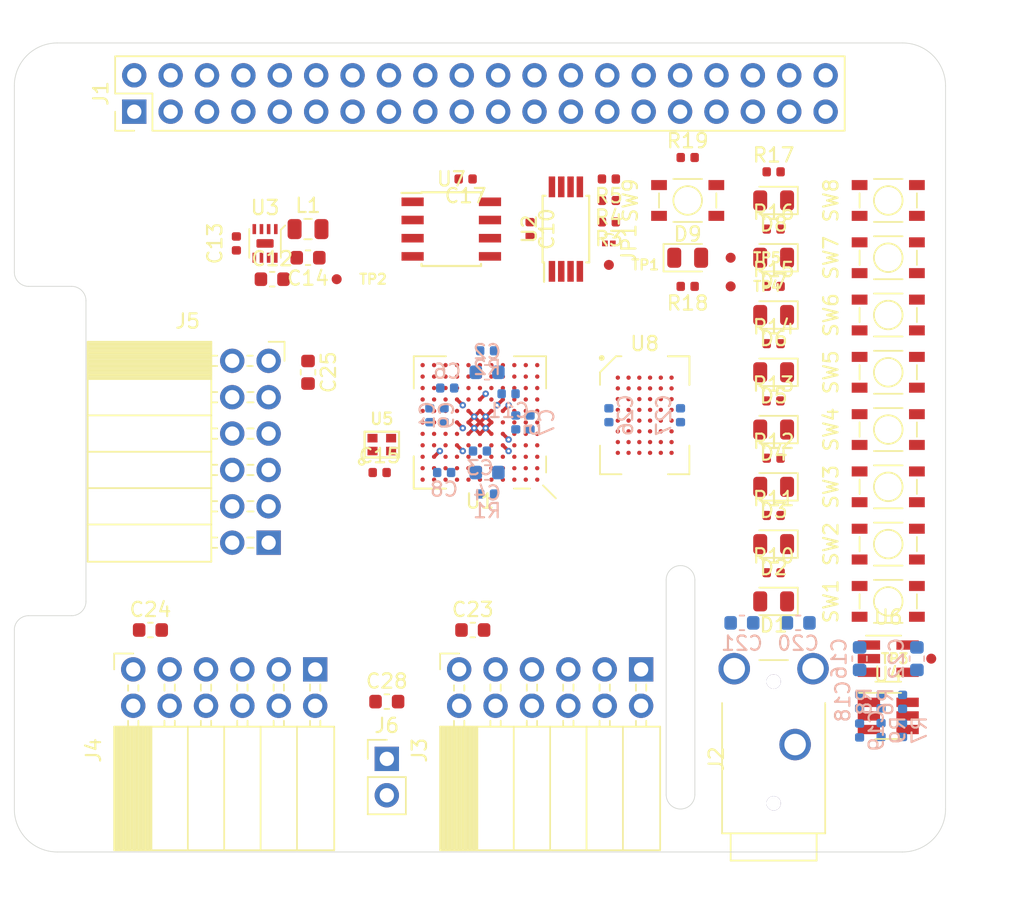
<source format=kicad_pcb>
(kicad_pcb (version 20171130) (host pcbnew 5.1.2+dfsg1-1)
  (layers (0 F.Cu signal) (1 In1.Cu power) (2 In2.Cu power) (31 B.Cu signal) (34 B.Paste user) (35 F.Paste user) (36 B.SilkS user hide) (37 F.SilkS user hide) (38 B.Mask user) (39 F.Mask user) (44 Edge.Cuts user))
  (net 0 "")
  (net 1 GND)
  (net 2 +1V2)
  (net 3 "Net-(C2-Pad2)")
  (net 4 "Net-(C2-Pad1)")
  (net 5 "Net-(C4-Pad2)")
  (net 6 "Net-(C4-Pad1)")
  (net 7 +3V3)
  (net 8 +5V)
  (net 9 "Net-(C13-Pad2)")
  (net 10 "Net-(C18-Pad1)")
  (net 11 "Net-(C19-Pad1)")
  (net 12 "Net-(C20-Pad1)")
  (net 13 "Net-(C21-Pad1)")
  (net 14 +3.3VDAC)
  (net 15 "Net-(D1-Pad1)")
  (net 16 /LED0)
  (net 17 /LED1)
  (net 18 "Net-(D2-Pad1)")
  (net 19 "Net-(D3-Pad1)")
  (net 20 /LED2)
  (net 21 /LED3)
  (net 22 "Net-(D4-Pad1)")
  (net 23 /LED4)
  (net 24 "Net-(D5-Pad1)")
  (net 25 "Net-(D6-Pad1)")
  (net 26 /LED5)
  (net 27 /LED6)
  (net 28 "Net-(D7-Pad1)")
  (net 29 "Net-(D8-Pad1)")
  (net 30 /LED7)
  (net 31 /GP13_FPGA_CDONE)
  (net 32 "Net-(J1-Pad3)")
  (net 33 "Net-(J1-Pad5)")
  (net 34 "Net-(J1-Pad7)")
  (net 35 /GP14_UART_TXD)
  (net 36 /GP15_UART_RXD)
  (net 37 "Net-(J1-Pad11)")
  (net 38 "Net-(J1-Pad12)")
  (net 39 /GP27_SDIO_DAT3)
  (net 40 /GP22_SDIO_CLK)
  (net 41 /GP23_SDIO_CMD)
  (net 42 /GP24_SDIO_DAT0)
  (net 43 /GP10_SPI_MOSI)
  (net 44 /GP9_SPI_MISO)
  (net 45 /GP25_SDIO_DAT1)
  (net 46 /GP11_SPI_SCK)
  (net 47 /GP8_SPI_~CS)
  (net 48 "Net-(J1-Pad26)")
  (net 49 /ID_SD)
  (net 50 /ID_SC)
  (net 51 "Net-(J1-Pad29)")
  (net 52 "Net-(J1-Pad31)")
  (net 53 /GP12_FPGA_~RST)
  (net 54 "Net-(J1-Pad35)")
  (net 55 "Net-(J1-Pad36)")
  (net 56 /GP26_SDIO_DAT2)
  (net 57 "Net-(J1-Pad38)")
  (net 58 "Net-(J1-Pad40)")
  (net 59 /IO0_0)
  (net 60 /IO0_1)
  (net 61 /IO0_2)
  (net 62 /IO0_3)
  (net 63 /IO0_4)
  (net 64 /IO0_5)
  (net 65 /IO0_6)
  (net 66 /IO0_7)
  (net 67 /IO1_7)
  (net 68 /IO1_6)
  (net 69 /IO1_5)
  (net 70 /IO1_4)
  (net 71 /IO1_3)
  (net 72 /IO1_2)
  (net 73 /IO1_1)
  (net 74 /IO1_0)
  (net 75 /IO2_0)
  (net 76 /IO2_1)
  (net 77 /IO2_2)
  (net 78 /IO2_3)
  (net 79 /IO2_4)
  (net 80 /IO2_5)
  (net 81 /IO2_6)
  (net 82 /IO2_7)
  (net 83 "Net-(JP1-Pad1)")
  (net 84 "Net-(L1-Pad1)")
  (net 85 "Net-(R6-Pad2)")
  (net 86 "Net-(R7-Pad2)")
  (net 87 /SW0)
  (net 88 /SW1)
  (net 89 /SW2)
  (net 90 /SW3)
  (net 91 /SW4)
  (net 92 /SW5)
  (net 93 /SW6)
  (net 94 /SW7)
  (net 95 /SRAM_DQ0)
  (net 96 /SRAM_DQ5)
  (net 97 /SRAM_DQ7)
  (net 98 /SRAM_DQ6)
  (net 99 /SRAM_DQ12)
  (net 100 /SRAM_A9)
  (net 101 /SRAM_A2)
  (net 102 /SRAM_A4)
  (net 103 /SRAM_A5)
  (net 104 /SRAM_A10)
  (net 105 /SRAM_DQ1)
  (net 106 /SRAM_DQ4)
  (net 107 /SRAM_DQ8)
  (net 108 /SRAM_DQ10)
  (net 109 /SRAM_DQ13)
  (net 110 /SRAM_DQ15)
  (net 111 /SRAM_A3)
  (net 112 /SRAM_A7)
  (net 113 /SRAM_A6)
  (net 114 /SRAM_A12)
  (net 115 /SRAM_DQ3)
  (net 116 /SRAM_DQ9)
  (net 117 /SRAM_DQ11)
  (net 118 /SRAM_A8)
  (net 119 /SRAM_A0)
  (net 120 /SRAM_A1)
  (net 121 /SRAM_A11)
  (net 122 /SRAM_A13)
  (net 123 /SRAM_A15)
  (net 124 /SRAM_DQ2)
  (net 125 /SRAM_DQ14)
  (net 126 /SRAM_A14)
  (net 127 /SRAM_A17)
  (net 128 /SRAM_A16)
  (net 129 /SRAM_~WE)
  (net 130 /SRAM_~OE)
  (net 131 /SRAM_~LB)
  (net 132 /SRAM_~UB)
  (net 133 /AUDIO_R_PWM)
  (net 134 "Net-(U1-PadB10)")
  (net 135 /CLK_OSC)
  (net 136 /AUDIO_L_PWM)
  (module fpga_hat:MOUNTHOLE_M2.5 (layer F.Cu) (at 161.5 83.5)
    (fp_text reference REF** hide)
    (fp_text value MOUNTHOLE_M2.5 hide)
    (pad "" np_thru_hole circle (at 0 0) (size 2.75 2.75) (drill 2.75) (layers *.Cu *.Mask) (thermal_gap 1.9))
  )
  (module fpga_hat:MOUNTHOLE_M2.5 (layer F.Cu) (at 161.5 133)
    (fp_text reference REF** hide)
    (fp_text value MOUNTHOLE_M2.5 hide)
    (pad "" np_thru_hole circle (at 0 0) (size 2.75 2.75) (drill 2.75) (layers *.Cu *.Mask) (thermal_gap 1.9))
  )
  (module fpga_hat:MOUNTHOLE_M2.5 (layer F.Cu) (at 103.5 133)
    (fp_text reference REF** hide)
    (fp_text value MOUNTHOLE_M2.5 hide)
    (pad "" np_thru_hole circle (at 0 0) (size 2.75 2.75) (drill 2.75) (layers *.Cu *.Mask) (thermal_gap 1.9))
  )
  (module fpga_hat:MOUNTHOLE_M2.5 (layer F.Cu) (at 103.5 83.5)
    (fp_text reference REF** hide)
    (fp_text value MOUNTHOLE_M2.5 hide)
    (pad "" np_thru_hole circle (at 0 0) (size 2.75 2.75) (drill 2.75) (layers *.Cu *.Mask) (thermal_gap 1.9))
  )
  (module Capacitor_SMD:C_0402_1005Metric (layer B.Cu) (at 130 106 270)
    (fp_text reference C1 (at 0 1.17 90) (layer B.SilkS) (effects (justify mirror)))
    (fp_text value 100n)
    (pad 2 smd roundrect (at 0.485 0 270) (size 0.59 0.64) (layers B.Cu B.Paste B.Mask) (net 1 GND))
    (pad 1 smd roundrect (at -0.485 0 270) (size 0.59 0.64) (layers B.Cu B.Paste B.Mask) (net 2 +1V2))
  )
  (module Capacitor_SMD:C_0603_1608Metric (layer B.Cu) (at 133 103 180)
    (fp_text reference C2 (at 0 1.43) (layer B.SilkS) (effects (justify mirror)))
    (fp_text value 4u7)
    (pad 2 smd roundrect (at 0.7875 0 180) (size 0.875 0.95) (layers B.Cu B.Paste B.Mask) (net 3 "Net-(C2-Pad2)"))
    (pad 1 smd roundrect (at -0.7875 0 180) (size 0.875 0.95) (layers B.Cu B.Paste B.Mask) (net 4 "Net-(C2-Pad1)"))
  )
  (module Capacitor_SMD:C_0402_1005Metric (layer B.Cu) (at 132.5 108.5)
    (fp_text reference C3 (at 0 1.17) (layer B.SilkS) (effects (justify mirror)))
    (fp_text value 100n)
    (pad 1 smd roundrect (at -0.485 0) (size 0.59 0.64) (layers B.Cu B.Paste B.Mask) (net 2 +1V2))
    (pad 2 smd roundrect (at 0.485 0) (size 0.59 0.64) (layers B.Cu B.Paste B.Mask) (net 1 GND))
  )
  (module Capacitor_SMD:C_0603_1608Metric (layer B.Cu) (at 133 110)
    (fp_text reference C4 (at 0 1.43) (layer B.SilkS) (effects (justify mirror)))
    (fp_text value 4u7)
    (pad 1 smd roundrect (at -0.7875 0) (size 0.875 0.95) (layers B.Cu B.Paste B.Mask) (net 6 "Net-(C4-Pad1)"))
    (pad 2 smd roundrect (at 0.7875 0) (size 0.875 0.95) (layers B.Cu B.Paste B.Mask) (net 5 "Net-(C4-Pad2)"))
  )
  (module Capacitor_SMD:C_0402_1005Metric (layer B.Cu) (at 135 106.5 90)
    (fp_text reference C5 (at 0 1.17 270) (layer B.SilkS) (effects (justify mirror)))
    (fp_text value 100n)
    (pad 1 smd roundrect (at -0.485 0 90) (size 0.59 0.64) (layers B.Cu B.Paste B.Mask) (net 2 +1V2))
    (pad 2 smd roundrect (at 0.485 0 90) (size 0.59 0.64) (layers B.Cu B.Paste B.Mask) (net 1 GND))
  )
  (module Capacitor_SMD:C_0402_1005Metric (layer B.Cu) (at 130.215 104.1 180)
    (fp_text reference C6 (at 0 1.17) (layer B.SilkS) (effects (justify mirror)))
    (fp_text value 100n)
    (pad 2 smd roundrect (at 0.485 0 180) (size 0.59 0.64) (layers B.Cu B.Paste B.Mask) (net 1 GND))
    (pad 1 smd roundrect (at -0.485 0 180) (size 0.59 0.64) (layers B.Cu B.Paste B.Mask) (net 2 +1V2))
  )
  (module Capacitor_SMD:C_0402_1005Metric (layer B.Cu) (at 136 106.5 90)
    (fp_text reference C7 (at 0 1.17 270) (layer B.SilkS) (effects (justify mirror)))
    (fp_text value 100n)
    (pad 2 smd roundrect (at 0.485 0 90) (size 0.59 0.64) (layers B.Cu B.Paste B.Mask) (net 1 GND))
    (pad 1 smd roundrect (at -0.485 0 90) (size 0.59 0.64) (layers B.Cu B.Paste B.Mask) (net 7 +3V3))
  )
  (module Capacitor_SMD:C_0402_1005Metric (layer B.Cu) (at 130 110)
    (fp_text reference C8 (at 0 1.17) (layer B.SilkS) (effects (justify mirror)))
    (fp_text value 100n)
    (pad 2 smd roundrect (at 0.485 0) (size 0.59 0.64) (layers B.Cu B.Paste B.Mask) (net 1 GND))
    (pad 1 smd roundrect (at -0.485 0) (size 0.59 0.64) (layers B.Cu B.Paste B.Mask) (net 7 +3V3))
  )
  (module Capacitor_SMD:C_0402_1005Metric (layer B.Cu) (at 129 106 90)
    (fp_text reference C9 (at 0 1.17 90) (layer B.SilkS) (effects (justify mirror)))
    (fp_text value 100n)
    (pad 2 smd roundrect (at 0.485 0 90) (size 0.59 0.64) (layers B.Cu B.Paste B.Mask) (net 1 GND))
    (pad 1 smd roundrect (at -0.485 0 90) (size 0.59 0.64) (layers B.Cu B.Paste B.Mask) (net 7 +3V3))
  )
  (module Capacitor_SMD:C_0402_1005Metric (layer F.Cu) (at 136 93 270)
    (fp_text reference C10 (at 0 -1.17 90) (layer F.SilkS))
    (fp_text value 100n)
    (pad 2 smd roundrect (at 0.485 0 270) (size 0.59 0.64) (layers F.Cu F.Paste F.Mask) (net 1 GND))
    (pad 1 smd roundrect (at -0.485 0 270) (size 0.59 0.64) (layers F.Cu F.Paste F.Mask) (net 7 +3V3))
  )
  (module Capacitor_SMD:C_0402_1005Metric (layer B.Cu) (at 134.5 104.5)
    (fp_text reference C11 (at 0 1.17) (layer B.SilkS) (effects (justify mirror)))
    (fp_text value 100n)
    (pad 1 smd roundrect (at -0.485 0) (size 0.59 0.64) (layers B.Cu B.Paste B.Mask) (net 7 +3V3))
    (pad 2 smd roundrect (at 0.485 0) (size 0.59 0.64) (layers B.Cu B.Paste B.Mask) (net 1 GND))
  )
  (module Capacitor_SMD:C_0603_1608Metric (layer F.Cu) (at 118 96.5)
    (fp_text reference C12 (at 0 -1.43) (layer F.SilkS))
    (fp_text value 4u7)
    (pad 2 smd roundrect (at 0.7875 0) (size 0.875 0.95) (layers F.Cu F.Paste F.Mask) (net 1 GND))
    (pad 1 smd roundrect (at -0.7875 0) (size 0.875 0.95) (layers F.Cu F.Paste F.Mask) (net 8 +5V))
  )
  (module Capacitor_SMD:C_0402_1005Metric (layer F.Cu) (at 115.5 94 270)
    (fp_text reference C13 (at 0 1.5 90) (layer F.SilkS))
    (fp_text value 560p)
    (pad 1 smd roundrect (at -0.485 0 270) (size 0.59 0.64) (layers F.Cu F.Paste F.Mask) (net 2 +1V2))
    (pad 2 smd roundrect (at 0.485 0 270) (size 0.59 0.64) (layers F.Cu F.Paste F.Mask) (net 9 "Net-(C13-Pad2)"))
  )
  (module Capacitor_SMD:C_0603_1608Metric (layer F.Cu) (at 120.5 95 180)
    (fp_text reference C14 (at 0 -1.43) (layer F.SilkS))
    (fp_text value 4u7)
    (pad 2 smd roundrect (at 0.7875 0 180) (size 0.875 0.95) (layers F.Cu F.Paste F.Mask) (net 1 GND))
    (pad 1 smd roundrect (at -0.7875 0 180) (size 0.875 0.95) (layers F.Cu F.Paste F.Mask) (net 2 +1V2))
  )
  (module Capacitor_SMD:C_0402_1005Metric (layer F.Cu) (at 125.5 110)
    (fp_text reference C15 (at 0 -1.17) (layer F.SilkS))
    (fp_text value 100n)
    (pad 2 smd roundrect (at 0.485 0) (size 0.59 0.64) (layers F.Cu F.Paste F.Mask) (net 1 GND))
    (pad 1 smd roundrect (at -0.485 0) (size 0.59 0.64) (layers F.Cu F.Paste F.Mask) (net 7 +3V3))
  )
  (module Capacitor_SMD:C_0603_1608Metric (layer B.Cu) (at 159 123 270)
    (fp_text reference C16 (at 0 1.43 90) (layer B.SilkS) (effects (justify mirror)))
    (fp_text value 1u)
    (pad 1 smd roundrect (at -0.7875 0 270) (size 0.875 0.95) (layers B.Cu B.Paste B.Mask) (net 8 +5V))
    (pad 2 smd roundrect (at 0.7875 0 270) (size 0.875 0.95) (layers B.Cu B.Paste B.Mask) (net 1 GND))
  )
  (module Capacitor_SMD:C_0402_1005Metric (layer F.Cu) (at 131.5 89.5 180)
    (fp_text reference C17 (at 0 -1.17) (layer F.SilkS))
    (fp_text value 100n)
    (pad 1 smd roundrect (at -0.485 0 180) (size 0.59 0.64) (layers F.Cu F.Paste F.Mask) (net 7 +3V3))
    (pad 2 smd roundrect (at 0.485 0 180) (size 0.59 0.64) (layers F.Cu F.Paste F.Mask) (net 1 GND))
  )
  (module Capacitor_SMD:C_0402_1005Metric (layer B.Cu) (at 159 125.985 270)
    (fp_text reference C18 (at 0 1.17 90) (layer B.SilkS) (effects (justify mirror)))
    (fp_text value 100n)
    (pad 1 smd roundrect (at -0.485 0 270) (size 0.59 0.64) (layers B.Cu B.Paste B.Mask) (net 10 "Net-(C18-Pad1)"))
    (pad 2 smd roundrect (at 0.485 0 270) (size 0.59 0.64) (layers B.Cu B.Paste B.Mask) (net 1 GND))
  )
  (module Capacitor_SMD:C_0402_1005Metric (layer B.Cu) (at 159 128.015 90)
    (fp_text reference C19 (at 0 1.17 90) (layer B.SilkS) (effects (justify mirror)))
    (fp_text value 100n)
    (pad 1 smd roundrect (at -0.485 0 90) (size 0.59 0.64) (layers B.Cu B.Paste B.Mask) (net 11 "Net-(C19-Pad1)"))
    (pad 2 smd roundrect (at 0.485 0 90) (size 0.59 0.64) (layers B.Cu B.Paste B.Mask) (net 1 GND))
  )
  (module Capacitor_SMD:C_0603_1608Metric (layer B.Cu) (at 154.7125 120.5)
    (fp_text reference C20 (at 0 1.43) (layer B.SilkS) (effects (justify mirror)))
    (fp_text value 4u7)
    (pad 1 smd roundrect (at -0.7875 0) (size 0.875 0.95) (layers B.Cu B.Paste B.Mask) (net 12 "Net-(C20-Pad1)"))
    (pad 2 smd roundrect (at 0.7875 0) (size 0.875 0.95) (layers B.Cu B.Paste B.Mask) (net 10 "Net-(C18-Pad1)"))
  )
  (module Capacitor_SMD:C_0603_1608Metric (layer B.Cu) (at 150.7875 120.5)
    (fp_text reference C21 (at 0 1.43) (layer B.SilkS) (effects (justify mirror)))
    (fp_text value 4u7)
    (pad 1 smd roundrect (at -0.7875 0) (size 0.875 0.95) (layers B.Cu B.Paste B.Mask) (net 13 "Net-(C21-Pad1)"))
    (pad 2 smd roundrect (at 0.7875 0) (size 0.875 0.95) (layers B.Cu B.Paste B.Mask) (net 11 "Net-(C19-Pad1)"))
  )
  (module Capacitor_SMD:C_0603_1608Metric (layer B.Cu) (at 163 123 270)
    (fp_text reference C22 (at 0 1.43 90) (layer B.SilkS) (effects (justify mirror)))
    (fp_text value 1u)
    (pad 2 smd roundrect (at 0.7875 0 270) (size 0.875 0.95) (layers B.Cu B.Paste B.Mask) (net 1 GND))
    (pad 1 smd roundrect (at -0.7875 0 270) (size 0.875 0.95) (layers B.Cu B.Paste B.Mask) (net 14 +3.3VDAC))
  )
  (module Capacitor_SMD:C_0603_1608Metric (layer F.Cu) (at 132 121)
    (fp_text reference C23 (at 0 -1.43) (layer F.SilkS))
    (fp_text value 1u)
    (pad 2 smd roundrect (at 0.7875 0) (size 0.875 0.95) (layers F.Cu F.Paste F.Mask) (net 1 GND))
    (pad 1 smd roundrect (at -0.7875 0) (size 0.875 0.95) (layers F.Cu F.Paste F.Mask) (net 7 +3V3))
  )
  (module Capacitor_SMD:C_0603_1608Metric (layer F.Cu) (at 109.5 121)
    (fp_text reference C24 (at 0 -1.43) (layer F.SilkS))
    (fp_text value 1u)
    (pad 1 smd roundrect (at -0.7875 0) (size 0.875 0.95) (layers F.Cu F.Paste F.Mask) (net 7 +3V3))
    (pad 2 smd roundrect (at 0.7875 0) (size 0.875 0.95) (layers F.Cu F.Paste F.Mask) (net 1 GND))
  )
  (module Capacitor_SMD:C_0603_1608Metric (layer F.Cu) (at 120.5 103 270)
    (fp_text reference C25 (at 0 -1.43 90) (layer F.SilkS))
    (fp_text value 1u)
    (pad 2 smd roundrect (at 0.7875 0 270) (size 0.875 0.95) (layers F.Cu F.Paste F.Mask) (net 1 GND))
    (pad 1 smd roundrect (at -0.7875 0 270) (size 0.875 0.95) (layers F.Cu F.Paste F.Mask) (net 7 +3V3))
  )
  (module Capacitor_SMD:C_0402_1005Metric (layer B.Cu) (at 141.5 106 90)
    (fp_text reference C26 (at 0 1.17 270) (layer B.SilkS) (effects (justify mirror)))
    (fp_text value 100n)
    (pad 1 smd roundrect (at -0.485 0 90) (size 0.59 0.64) (layers B.Cu B.Paste B.Mask) (net 7 +3V3))
    (pad 2 smd roundrect (at 0.485 0 90) (size 0.59 0.64) (layers B.Cu B.Paste B.Mask) (net 1 GND))
  )
  (module Capacitor_SMD:C_0402_1005Metric (layer B.Cu) (at 146.5 106 270)
    (fp_text reference C27 (at 0 1.17 270) (layer B.SilkS) (effects (justify mirror)))
    (fp_text value 100n)
    (pad 2 smd roundrect (at 0.485 0 270) (size 0.59 0.64) (layers B.Cu B.Paste B.Mask) (net 1 GND))
    (pad 1 smd roundrect (at -0.485 0 270) (size 0.59 0.64) (layers B.Cu B.Paste B.Mask) (net 7 +3V3))
  )
  (module Capacitor_SMD:C_0603_1608Metric (layer F.Cu) (at 126 126)
    (fp_text reference C28 (at 0 -1.43) (layer F.SilkS))
    (fp_text value 1u)
    (pad 1 smd roundrect (at -0.7875 0) (size 0.875 0.95) (layers F.Cu F.Paste F.Mask) (net 8 +5V))
    (pad 2 smd roundrect (at 0.7875 0) (size 0.875 0.95) (layers F.Cu F.Paste F.Mask) (net 1 GND))
  )
  (module LED_SMD:LED_0805_2012Metric (layer F.Cu) (at 153 119 180)
    (fp_text reference D1 (at 0 -1.65) (layer F.SilkS))
    (fp_text value LED)
    (pad 1 smd roundrect (at -0.9375 0 180) (size 0.975 1.4) (layers F.Cu F.Paste F.Mask) (net 15 "Net-(D1-Pad1)"))
    (pad 2 smd roundrect (at 0.9375 0 180) (size 0.975 1.4) (layers F.Cu F.Paste F.Mask) (net 16 /LED0))
  )
  (module LED_SMD:LED_0805_2012Metric (layer F.Cu) (at 153 115 180)
    (fp_text reference D2 (at 0 -1.65) (layer F.SilkS))
    (fp_text value LED)
    (pad 1 smd roundrect (at -0.9375 0 180) (size 0.975 1.4) (layers F.Cu F.Paste F.Mask) (net 18 "Net-(D2-Pad1)"))
    (pad 2 smd roundrect (at 0.9375 0 180) (size 0.975 1.4) (layers F.Cu F.Paste F.Mask) (net 17 /LED1))
  )
  (module LED_SMD:LED_0805_2012Metric (layer F.Cu) (at 153 111 180)
    (fp_text reference D3 (at 0 -1.65) (layer F.SilkS))
    (fp_text value LED)
    (pad 2 smd roundrect (at 0.9375 0 180) (size 0.975 1.4) (layers F.Cu F.Paste F.Mask) (net 20 /LED2))
    (pad 1 smd roundrect (at -0.9375 0 180) (size 0.975 1.4) (layers F.Cu F.Paste F.Mask) (net 19 "Net-(D3-Pad1)"))
  )
  (module LED_SMD:LED_0805_2012Metric (layer F.Cu) (at 153 107 180)
    (fp_text reference D4 (at 0 -1.65) (layer F.SilkS))
    (fp_text value LED)
    (pad 1 smd roundrect (at -0.9375 0 180) (size 0.975 1.4) (layers F.Cu F.Paste F.Mask) (net 22 "Net-(D4-Pad1)"))
    (pad 2 smd roundrect (at 0.9375 0 180) (size 0.975 1.4) (layers F.Cu F.Paste F.Mask) (net 21 /LED3))
  )
  (module LED_SMD:LED_0805_2012Metric (layer F.Cu) (at 153 103 180)
    (fp_text reference D5 (at 0 -1.65) (layer F.SilkS))
    (fp_text value LED)
    (pad 2 smd roundrect (at 0.9375 0 180) (size 0.975 1.4) (layers F.Cu F.Paste F.Mask) (net 23 /LED4))
    (pad 1 smd roundrect (at -0.9375 0 180) (size 0.975 1.4) (layers F.Cu F.Paste F.Mask) (net 24 "Net-(D5-Pad1)"))
  )
  (module LED_SMD:LED_0805_2012Metric (layer F.Cu) (at 153 99 180)
    (fp_text reference D6 (at 0 -1.65) (layer F.SilkS))
    (fp_text value LED)
    (pad 1 smd roundrect (at -0.9375 0 180) (size 0.975 1.4) (layers F.Cu F.Paste F.Mask) (net 25 "Net-(D6-Pad1)"))
    (pad 2 smd roundrect (at 0.9375 0 180) (size 0.975 1.4) (layers F.Cu F.Paste F.Mask) (net 26 /LED5))
  )
  (module LED_SMD:LED_0805_2012Metric (layer F.Cu) (at 153 95 180)
    (fp_text reference D7 (at 0 -1.65) (layer F.SilkS))
    (fp_text value LED)
    (pad 2 smd roundrect (at 0.9375 0 180) (size 0.975 1.4) (layers F.Cu F.Paste F.Mask) (net 27 /LED6))
    (pad 1 smd roundrect (at -0.9375 0 180) (size 0.975 1.4) (layers F.Cu F.Paste F.Mask) (net 28 "Net-(D7-Pad1)"))
  )
  (module LED_SMD:LED_0805_2012Metric (layer F.Cu) (at 153 91 180)
    (fp_text reference D8 (at 0 -1.65) (layer F.SilkS))
    (fp_text value LED)
    (pad 1 smd roundrect (at -0.9375 0 180) (size 0.975 1.4) (layers F.Cu F.Paste F.Mask) (net 29 "Net-(D8-Pad1)"))
    (pad 2 smd roundrect (at 0.9375 0 180) (size 0.975 1.4) (layers F.Cu F.Paste F.Mask) (net 30 /LED7))
  )
  (module LED_SMD:LED_0805_2012Metric (layer F.Cu) (at 147 95)
    (fp_text reference D9 (at 0 -1.65) (layer F.SilkS))
    (fp_text value LED)
    (pad 2 smd roundrect (at 0.9375 0) (size 0.975 1.4) (layers F.Cu F.Paste F.Mask) (net 31 /GP13_FPGA_CDONE))
    (pad 1 smd roundrect (at -0.9375 0) (size 0.975 1.4) (layers F.Cu F.Paste F.Mask) (net 1 GND))
  )
  (module Connector_PinHeader_2.54mm:PinHeader_2x20_P2.54mm_Vertical (layer F.Cu) (at 108.37 84.8 90)
    (fp_text reference J1 (at 1.27 -2.33 90) (layer F.SilkS))
    (fp_text value 2x20)
    (pad 1 thru_hole rect (at 0 0 90) (size 1.7 1.7) (drill 1) (layers *.Cu *.Mask) (net 7 +3V3))
    (pad 2 thru_hole oval (at 2.54 0 90) (size 1.7 1.7) (drill 1) (layers *.Cu *.Mask) (net 8 +5V))
    (pad 3 thru_hole oval (at 0 2.54 90) (size 1.7 1.7) (drill 1) (layers *.Cu *.Mask) (net 32 "Net-(J1-Pad3)"))
    (pad 4 thru_hole oval (at 2.54 2.54 90) (size 1.7 1.7) (drill 1) (layers *.Cu *.Mask) (net 8 +5V))
    (pad 5 thru_hole oval (at 0 5.08 90) (size 1.7 1.7) (drill 1) (layers *.Cu *.Mask) (net 33 "Net-(J1-Pad5)"))
    (pad 6 thru_hole oval (at 2.54 5.08 90) (size 1.7 1.7) (drill 1) (layers *.Cu *.Mask) (net 1 GND))
    (pad 7 thru_hole oval (at 0 7.62 90) (size 1.7 1.7) (drill 1) (layers *.Cu *.Mask) (net 34 "Net-(J1-Pad7)"))
    (pad 8 thru_hole oval (at 2.54 7.62 90) (size 1.7 1.7) (drill 1) (layers *.Cu *.Mask) (net 35 /GP14_UART_TXD))
    (pad 9 thru_hole oval (at 0 10.16 90) (size 1.7 1.7) (drill 1) (layers *.Cu *.Mask) (net 1 GND))
    (pad 10 thru_hole oval (at 2.54 10.16 90) (size 1.7 1.7) (drill 1) (layers *.Cu *.Mask) (net 36 /GP15_UART_RXD))
    (pad 11 thru_hole oval (at 0 12.7 90) (size 1.7 1.7) (drill 1) (layers *.Cu *.Mask) (net 37 "Net-(J1-Pad11)"))
    (pad 12 thru_hole oval (at 2.54 12.7 90) (size 1.7 1.7) (drill 1) (layers *.Cu *.Mask) (net 38 "Net-(J1-Pad12)"))
    (pad 13 thru_hole oval (at 0 15.24 90) (size 1.7 1.7) (drill 1) (layers *.Cu *.Mask) (net 39 /GP27_SDIO_DAT3))
    (pad 14 thru_hole oval (at 2.54 15.24 90) (size 1.7 1.7) (drill 1) (layers *.Cu *.Mask) (net 1 GND))
    (pad 15 thru_hole oval (at 0 17.78 90) (size 1.7 1.7) (drill 1) (layers *.Cu *.Mask) (net 40 /GP22_SDIO_CLK))
    (pad 16 thru_hole oval (at 2.54 17.78 90) (size 1.7 1.7) (drill 1) (layers *.Cu *.Mask) (net 41 /GP23_SDIO_CMD))
    (pad 17 thru_hole oval (at 0 20.32 90) (size 1.7 1.7) (drill 1) (layers *.Cu *.Mask) (net 7 +3V3))
    (pad 18 thru_hole oval (at 2.54 20.32 90) (size 1.7 1.7) (drill 1) (layers *.Cu *.Mask) (net 42 /GP24_SDIO_DAT0))
    (pad 19 thru_hole oval (at 0 22.86 90) (size 1.7 1.7) (drill 1) (layers *.Cu *.Mask) (net 43 /GP10_SPI_MOSI))
    (pad 20 thru_hole oval (at 2.54 22.86 90) (size 1.7 1.7) (drill 1) (layers *.Cu *.Mask) (net 1 GND))
    (pad 21 thru_hole oval (at 0 25.4 90) (size 1.7 1.7) (drill 1) (layers *.Cu *.Mask) (net 44 /GP9_SPI_MISO))
    (pad 22 thru_hole oval (at 2.54 25.4 90) (size 1.7 1.7) (drill 1) (layers *.Cu *.Mask) (net 45 /GP25_SDIO_DAT1))
    (pad 23 thru_hole oval (at 0 27.94 90) (size 1.7 1.7) (drill 1) (layers *.Cu *.Mask) (net 46 /GP11_SPI_SCK))
    (pad 24 thru_hole oval (at 2.54 27.94 90) (size 1.7 1.7) (drill 1) (layers *.Cu *.Mask) (net 47 /GP8_SPI_~CS))
    (pad 25 thru_hole oval (at 0 30.48 90) (size 1.7 1.7) (drill 1) (layers *.Cu *.Mask) (net 1 GND))
    (pad 26 thru_hole oval (at 2.54 30.48 90) (size 1.7 1.7) (drill 1) (layers *.Cu *.Mask) (net 48 "Net-(J1-Pad26)"))
    (pad 27 thru_hole oval (at 0 33.02 90) (size 1.7 1.7) (drill 1) (layers *.Cu *.Mask) (net 49 /ID_SD))
    (pad 28 thru_hole oval (at 2.54 33.02 90) (size 1.7 1.7) (drill 1) (layers *.Cu *.Mask) (net 50 /ID_SC))
    (pad 29 thru_hole oval (at 0 35.56 90) (size 1.7 1.7) (drill 1) (layers *.Cu *.Mask) (net 51 "Net-(J1-Pad29)"))
    (pad 30 thru_hole oval (at 2.54 35.56 90) (size 1.7 1.7) (drill 1) (layers *.Cu *.Mask) (net 1 GND))
    (pad 31 thru_hole oval (at 0 38.1 90) (size 1.7 1.7) (drill 1) (layers *.Cu *.Mask) (net 52 "Net-(J1-Pad31)"))
    (pad 32 thru_hole oval (at 2.54 38.1 90) (size 1.7 1.7) (drill 1) (layers *.Cu *.Mask) (net 53 /GP12_FPGA_~RST))
    (pad 33 thru_hole oval (at 0 40.64 90) (size 1.7 1.7) (drill 1) (layers *.Cu *.Mask) (net 31 /GP13_FPGA_CDONE))
    (pad 34 thru_hole oval (at 2.54 40.64 90) (size 1.7 1.7) (drill 1) (layers *.Cu *.Mask) (net 1 GND))
    (pad 35 thru_hole oval (at 0 43.18 90) (size 1.7 1.7) (drill 1) (layers *.Cu *.Mask) (net 54 "Net-(J1-Pad35)"))
    (pad 36 thru_hole oval (at 2.54 43.18 90) (size 1.7 1.7) (drill 1) (layers *.Cu *.Mask) (net 55 "Net-(J1-Pad36)"))
    (pad 37 thru_hole oval (at 0 45.72 90) (size 1.7 1.7) (drill 1) (layers *.Cu *.Mask) (net 56 /GP26_SDIO_DAT2))
    (pad 38 thru_hole oval (at 2.54 45.72 90) (size 1.7 1.7) (drill 1) (layers *.Cu *.Mask) (net 57 "Net-(J1-Pad38)"))
    (pad 39 thru_hole oval (at 0 48.26 90) (size 1.7 1.7) (drill 1) (layers *.Cu *.Mask) (net 1 GND))
    (pad 40 thru_hole oval (at 2.54 48.26 90) (size 1.7 1.7) (drill 1) (layers *.Cu *.Mask) (net 58 "Net-(J1-Pad40)"))
  )
  (module fpga_hat:STX-3000_TRS_3.5mm (layer F.Cu) (at 153 129 90)
    (fp_text reference J2 (at -1 -4 90) (layer F.SilkS))
    (fp_text value AudioJack3)
    (pad ~ thru_hole circle (at -4.1 0 90) (size 1 1) (drill 1) (layers *.Cu *.Mask))
    (pad ~ thru_hole circle (at 4.4 0 90) (size 1 1) (drill 1) (layers *.Cu *.Mask))
    (pad S thru_hole circle (at 0 1.5 90) (size 2.2 2.2) (drill 1.5) (layers *.Cu *.Mask) (net 1 GND))
    (pad R thru_hole circle (at 5.3 -2.75 90) (size 2.2 2.2) (drill 1.5) (layers *.Cu *.Mask) (net 13 "Net-(C21-Pad1)"))
    (pad T thru_hole circle (at 5.3 2.75 90) (size 2.2 2.2) (drill 1.5) (layers *.Cu *.Mask) (net 12 "Net-(C20-Pad1)"))
  )
  (module fpga_hat:PinSocket_2x06_P2.54mm_Horizontal (layer F.Cu) (at 143.75 123.75 90)
    (fp_text reference J3 (at -5.65 -15.47 90) (layer F.SilkS))
    (fp_text value Conn_02x06_Top_Bottom)
    (pad 6 thru_hole circle (at 0 -12.7 90) (size 1.7 1.7) (drill 1) (layers *.Cu *.Mask) (net 7 +3V3))
    (pad 12 thru_hole oval (at -2.54 -12.7 90) (size 1.7 1.7) (drill 1) (layers *.Cu *.Mask) (net 7 +3V3))
    (pad 5 thru_hole oval (at 0 -10.16 90) (size 1.7 1.7) (drill 1) (layers *.Cu *.Mask) (net 1 GND))
    (pad 11 thru_hole oval (at -2.54 -10.16 90) (size 1.7 1.7) (drill 1) (layers *.Cu *.Mask) (net 1 GND))
    (pad 4 thru_hole oval (at 0 -7.62 90) (size 1.7 1.7) (drill 1) (layers *.Cu *.Mask) (net 62 /IO0_3))
    (pad 10 thru_hole oval (at -2.54 -7.62 90) (size 1.7 1.7) (drill 1) (layers *.Cu *.Mask) (net 66 /IO0_7))
    (pad 3 thru_hole oval (at 0 -5.08 90) (size 1.7 1.7) (drill 1) (layers *.Cu *.Mask) (net 61 /IO0_2))
    (pad 9 thru_hole oval (at -2.54 -5.08 90) (size 1.7 1.7) (drill 1) (layers *.Cu *.Mask) (net 65 /IO0_6))
    (pad 2 thru_hole oval (at 0 -2.54 90) (size 1.7 1.7) (drill 1) (layers *.Cu *.Mask) (net 60 /IO0_1))
    (pad 8 thru_hole oval (at -2.54 -2.54 90) (size 1.7 1.7) (drill 1) (layers *.Cu *.Mask) (net 64 /IO0_5))
    (pad 1 thru_hole rect (at 0 0 90) (size 1.7 1.7) (drill 1) (layers *.Cu *.Mask) (net 59 /IO0_0))
    (pad 7 thru_hole oval (at -2.54 0 90) (size 1.7 1.7) (drill 1) (layers *.Cu *.Mask) (net 63 /IO0_4))
  )
  (module fpga_hat:PinSocket_2x06_P2.54mm_Horizontal (layer F.Cu) (at 121 123.75 90)
    (fp_text reference J4 (at -5.65 -15.47 90) (layer F.SilkS))
    (fp_text value Conn_02x06_Top_Bottom)
    (pad 7 thru_hole oval (at -2.54 0 90) (size 1.7 1.7) (drill 1) (layers *.Cu *.Mask) (net 70 /IO1_4))
    (pad 1 thru_hole rect (at 0 0 90) (size 1.7 1.7) (drill 1) (layers *.Cu *.Mask) (net 74 /IO1_0))
    (pad 8 thru_hole oval (at -2.54 -2.54 90) (size 1.7 1.7) (drill 1) (layers *.Cu *.Mask) (net 69 /IO1_5))
    (pad 2 thru_hole oval (at 0 -2.54 90) (size 1.7 1.7) (drill 1) (layers *.Cu *.Mask) (net 73 /IO1_1))
    (pad 9 thru_hole oval (at -2.54 -5.08 90) (size 1.7 1.7) (drill 1) (layers *.Cu *.Mask) (net 68 /IO1_6))
    (pad 3 thru_hole oval (at 0 -5.08 90) (size 1.7 1.7) (drill 1) (layers *.Cu *.Mask) (net 72 /IO1_2))
    (pad 10 thru_hole oval (at -2.54 -7.62 90) (size 1.7 1.7) (drill 1) (layers *.Cu *.Mask) (net 67 /IO1_7))
    (pad 4 thru_hole oval (at 0 -7.62 90) (size 1.7 1.7) (drill 1) (layers *.Cu *.Mask) (net 71 /IO1_3))
    (pad 11 thru_hole oval (at -2.54 -10.16 90) (size 1.7 1.7) (drill 1) (layers *.Cu *.Mask) (net 1 GND))
    (pad 5 thru_hole oval (at 0 -10.16 90) (size 1.7 1.7) (drill 1) (layers *.Cu *.Mask) (net 1 GND))
    (pad 12 thru_hole oval (at -2.54 -12.7 90) (size 1.7 1.7) (drill 1) (layers *.Cu *.Mask) (net 7 +3V3))
    (pad 6 thru_hole circle (at 0 -12.7 90) (size 1.7 1.7) (drill 1) (layers *.Cu *.Mask) (net 7 +3V3))
  )
  (module fpga_hat:PinSocket_2x06_P2.54mm_Horizontal (layer F.Cu) (at 117.75 114.9)
    (fp_text reference J5 (at -5.65 -15.47) (layer F.SilkS))
    (fp_text value Conn_02x06_Top_Bottom)
    (pad 6 thru_hole circle (at 0 -12.7) (size 1.7 1.7) (drill 1) (layers *.Cu *.Mask) (net 7 +3V3))
    (pad 12 thru_hole oval (at -2.54 -12.7) (size 1.7 1.7) (drill 1) (layers *.Cu *.Mask) (net 7 +3V3))
    (pad 5 thru_hole oval (at 0 -10.16) (size 1.7 1.7) (drill 1) (layers *.Cu *.Mask) (net 1 GND))
    (pad 11 thru_hole oval (at -2.54 -10.16) (size 1.7 1.7) (drill 1) (layers *.Cu *.Mask) (net 1 GND))
    (pad 4 thru_hole oval (at 0 -7.62) (size 1.7 1.7) (drill 1) (layers *.Cu *.Mask) (net 78 /IO2_3))
    (pad 10 thru_hole oval (at -2.54 -7.62) (size 1.7 1.7) (drill 1) (layers *.Cu *.Mask) (net 82 /IO2_7))
    (pad 3 thru_hole oval (at 0 -5.08) (size 1.7 1.7) (drill 1) (layers *.Cu *.Mask) (net 77 /IO2_2))
    (pad 9 thru_hole oval (at -2.54 -5.08) (size 1.7 1.7) (drill 1) (layers *.Cu *.Mask) (net 81 /IO2_6))
    (pad 2 thru_hole oval (at 0 -2.54) (size 1.7 1.7) (drill 1) (layers *.Cu *.Mask) (net 76 /IO2_1))
    (pad 8 thru_hole oval (at -2.54 -2.54) (size 1.7 1.7) (drill 1) (layers *.Cu *.Mask) (net 80 /IO2_5))
    (pad 1 thru_hole rect (at 0 0) (size 1.7 1.7) (drill 1) (layers *.Cu *.Mask) (net 75 /IO2_0))
    (pad 7 thru_hole oval (at -2.54 0) (size 1.7 1.7) (drill 1) (layers *.Cu *.Mask) (net 79 /IO2_4))
  )
  (module Connector_PinHeader_2.54mm:PinHeader_1x02_P2.54mm_Vertical (layer F.Cu) (at 126 130)
    (fp_text reference J6 (at 0 -2.33) (layer F.SilkS))
    (fp_text value Conn_01x02)
    (pad 1 thru_hole rect (at 0 0) (size 1.7 1.7) (drill 1) (layers *.Cu *.Mask) (net 8 +5V))
    (pad 2 thru_hole oval (at 0 2.54) (size 1.7 1.7) (drill 1) (layers *.Cu *.Mask) (net 1 GND))
  )
  (module fpga_hat:SOLDER_JUMP (layer F.Cu) (at 141.5 94 90)
    (fp_text reference JP1 (at 0 1.4 90) (layer F.SilkS))
    (fp_text value "Solder jumper")
    (pad 1 smd rect (at 0 -0.275 90) (size 0.4 0.4) (layers F.Cu F.Paste F.Mask) (net 83 "Net-(JP1-Pad1)"))
    (pad 2 smd rect (at 0 0.275 90) (size 0.4 0.4) (layers F.Cu F.Paste F.Mask) (net 1 GND))
  )
  (module Inductor_SMD:L_0805_2012Metric (layer F.Cu) (at 120.5 93)
    (fp_text reference L1 (at 0 -1.65) (layer F.SilkS))
    (fp_text value 1u)
    (pad 1 smd roundrect (at -0.9375 0) (size 0.975 1.4) (layers F.Cu F.Paste F.Mask) (net 84 "Net-(L1-Pad1)"))
    (pad 2 smd roundrect (at 0.9375 0) (size 0.975 1.4) (layers F.Cu F.Paste F.Mask) (net 2 +1V2))
  )
  (module Resistor_SMD:R_0402_1005Metric (layer B.Cu) (at 133 111.5)
    (fp_text reference R1 (at 0 1.17) (layer B.SilkS) (effects (justify mirror)))
    (fp_text value 100)
    (pad 1 smd roundrect (at -0.485 0) (size 0.59 0.64) (layers B.Cu B.Paste B.Mask) (net 6 "Net-(C4-Pad1)"))
    (pad 2 smd roundrect (at 0.485 0) (size 0.59 0.64) (layers B.Cu B.Paste B.Mask) (net 2 +1V2))
  )
  (module Resistor_SMD:R_0402_1005Metric (layer B.Cu) (at 133 101.5)
    (fp_text reference R2 (at 0 1.17) (layer B.SilkS) (effects (justify mirror)))
    (fp_text value 100)
    (pad 2 smd roundrect (at 0.485 0) (size 0.59 0.64) (layers B.Cu B.Paste B.Mask) (net 2 +1V2))
    (pad 1 smd roundrect (at -0.485 0) (size 0.59 0.64) (layers B.Cu B.Paste B.Mask) (net 4 "Net-(C2-Pad1)"))
  )
  (module Resistor_SMD:R_0402_1005Metric (layer F.Cu) (at 141.5 92.5 180)
    (fp_text reference R3 (at 0 -1.17) (layer F.SilkS))
    (fp_text value 470)
    (pad 1 smd roundrect (at -0.485 0 180) (size 0.59 0.64) (layers F.Cu F.Paste F.Mask) (net 7 +3V3))
    (pad 2 smd roundrect (at 0.485 0 180) (size 0.59 0.64) (layers F.Cu F.Paste F.Mask) (net 83 "Net-(JP1-Pad1)"))
  )
  (module Resistor_SMD:R_0402_1005Metric (layer F.Cu) (at 141.5 91 180)
    (fp_text reference R4 (at 0 -1.17) (layer F.SilkS))
    (fp_text value 4k7)
    (pad 1 smd roundrect (at -0.485 0 180) (size 0.59 0.64) (layers F.Cu F.Paste F.Mask) (net 7 +3V3))
    (pad 2 smd roundrect (at 0.485 0 180) (size 0.59 0.64) (layers F.Cu F.Paste F.Mask) (net 50 /ID_SC))
  )
  (module Resistor_SMD:R_0402_1005Metric (layer F.Cu) (at 141.5 89.5 180)
    (fp_text reference R5 (at 0 -1.17) (layer F.SilkS))
    (fp_text value 4k7)
    (pad 2 smd roundrect (at 0.485 0 180) (size 0.59 0.64) (layers F.Cu F.Paste F.Mask) (net 50 /ID_SC))
    (pad 1 smd roundrect (at -0.485 0 180) (size 0.59 0.64) (layers F.Cu F.Paste F.Mask) (net 7 +3V3))
  )
  (module Resistor_SMD:R_0402_1005Metric (layer B.Cu) (at 162 126.015 270)
    (fp_text reference R6 (at 0 1.17 90) (layer B.SilkS) (effects (justify mirror)))
    (fp_text value 220)
    (pad 2 smd roundrect (at 0.485 0 270) (size 0.59 0.64) (layers B.Cu B.Paste B.Mask) (net 85 "Net-(R6-Pad2)"))
    (pad 1 smd roundrect (at -0.485 0 270) (size 0.59 0.64) (layers B.Cu B.Paste B.Mask) (net 10 "Net-(C18-Pad1)"))
  )
  (module Resistor_SMD:R_0402_1005Metric (layer B.Cu) (at 162 127.985 90)
    (fp_text reference R7 (at 0 1.17 90) (layer B.SilkS) (effects (justify mirror)))
    (fp_text value 220)
    (pad 2 smd roundrect (at 0.485 0 90) (size 0.59 0.64) (layers B.Cu B.Paste B.Mask) (net 86 "Net-(R7-Pad2)"))
    (pad 1 smd roundrect (at -0.485 0 90) (size 0.59 0.64) (layers B.Cu B.Paste B.Mask) (net 11 "Net-(C19-Pad1)"))
  )
  (module Resistor_SMD:R_0402_1005Metric (layer B.Cu) (at 160.5 125.985 270)
    (fp_text reference R8 (at 0 1.17 90) (layer B.SilkS) (effects (justify mirror)))
    (fp_text value 100)
    (pad 1 smd roundrect (at -0.485 0 270) (size 0.59 0.64) (layers B.Cu B.Paste B.Mask) (net 10 "Net-(C18-Pad1)"))
    (pad 2 smd roundrect (at 0.485 0 270) (size 0.59 0.64) (layers B.Cu B.Paste B.Mask) (net 1 GND))
  )
  (module Resistor_SMD:R_0402_1005Metric (layer B.Cu) (at 160.5 127.985 90)
    (fp_text reference R9 (at 0 1.17 90) (layer B.SilkS) (effects (justify mirror)))
    (fp_text value 100)
    (pad 1 smd roundrect (at -0.485 0 90) (size 0.59 0.64) (layers B.Cu B.Paste B.Mask) (net 11 "Net-(C19-Pad1)"))
    (pad 2 smd roundrect (at 0.485 0 90) (size 0.59 0.64) (layers B.Cu B.Paste B.Mask) (net 1 GND))
  )
  (module Resistor_SMD:R_0402_1005Metric (layer F.Cu) (at 153 117)
    (fp_text reference R10 (at 0 -1.17) (layer F.SilkS))
    (fp_text value 470)
    (pad 1 smd roundrect (at -0.485 0) (size 0.59 0.64) (layers F.Cu F.Paste F.Mask) (net 1 GND))
    (pad 2 smd roundrect (at 0.485 0) (size 0.59 0.64) (layers F.Cu F.Paste F.Mask) (net 15 "Net-(D1-Pad1)"))
  )
  (module Resistor_SMD:R_0402_1005Metric (layer F.Cu) (at 153 113)
    (fp_text reference R11 (at 0 -1.17) (layer F.SilkS))
    (fp_text value 470)
    (pad 1 smd roundrect (at -0.485 0) (size 0.59 0.64) (layers F.Cu F.Paste F.Mask) (net 1 GND))
    (pad 2 smd roundrect (at 0.485 0) (size 0.59 0.64) (layers F.Cu F.Paste F.Mask) (net 18 "Net-(D2-Pad1)"))
  )
  (module Resistor_SMD:R_0402_1005Metric (layer F.Cu) (at 153 109)
    (fp_text reference R12 (at 0 -1.17) (layer F.SilkS))
    (fp_text value 470)
    (pad 2 smd roundrect (at 0.485 0) (size 0.59 0.64) (layers F.Cu F.Paste F.Mask) (net 19 "Net-(D3-Pad1)"))
    (pad 1 smd roundrect (at -0.485 0) (size 0.59 0.64) (layers F.Cu F.Paste F.Mask) (net 1 GND))
  )
  (module Resistor_SMD:R_0402_1005Metric (layer F.Cu) (at 152.985 105)
    (fp_text reference R13 (at 0 -1.17) (layer F.SilkS))
    (fp_text value 470)
    (pad 1 smd roundrect (at -0.485 0) (size 0.59 0.64) (layers F.Cu F.Paste F.Mask) (net 1 GND))
    (pad 2 smd roundrect (at 0.485 0) (size 0.59 0.64) (layers F.Cu F.Paste F.Mask) (net 22 "Net-(D4-Pad1)"))
  )
  (module Resistor_SMD:R_0402_1005Metric (layer F.Cu) (at 153 101)
    (fp_text reference R14 (at 0 -1.17) (layer F.SilkS))
    (fp_text value 470)
    (pad 2 smd roundrect (at 0.485 0) (size 0.59 0.64) (layers F.Cu F.Paste F.Mask) (net 24 "Net-(D5-Pad1)"))
    (pad 1 smd roundrect (at -0.485 0) (size 0.59 0.64) (layers F.Cu F.Paste F.Mask) (net 1 GND))
  )
  (module Resistor_SMD:R_0402_1005Metric (layer F.Cu) (at 153 97)
    (fp_text reference R15 (at 0 -1.17) (layer F.SilkS))
    (fp_text value 470)
    (pad 2 smd roundrect (at 0.485 0) (size 0.59 0.64) (layers F.Cu F.Paste F.Mask) (net 25 "Net-(D6-Pad1)"))
    (pad 1 smd roundrect (at -0.485 0) (size 0.59 0.64) (layers F.Cu F.Paste F.Mask) (net 1 GND))
  )
  (module Resistor_SMD:R_0402_1005Metric (layer F.Cu) (at 153 93)
    (fp_text reference R16 (at 0 -1.17) (layer F.SilkS))
    (fp_text value 470)
    (pad 1 smd roundrect (at -0.485 0) (size 0.59 0.64) (layers F.Cu F.Paste F.Mask) (net 1 GND))
    (pad 2 smd roundrect (at 0.485 0) (size 0.59 0.64) (layers F.Cu F.Paste F.Mask) (net 28 "Net-(D7-Pad1)"))
  )
  (module Resistor_SMD:R_0402_1005Metric (layer F.Cu) (at 153 89)
    (fp_text reference R17 (at 0 -1.17) (layer F.SilkS))
    (fp_text value 470)
    (pad 2 smd roundrect (at 0.485 0) (size 0.59 0.64) (layers F.Cu F.Paste F.Mask) (net 29 "Net-(D8-Pad1)"))
    (pad 1 smd roundrect (at -0.485 0) (size 0.59 0.64) (layers F.Cu F.Paste F.Mask) (net 1 GND))
  )
  (module Resistor_SMD:R_0402_1005Metric (layer F.Cu) (at 147 97 180)
    (fp_text reference R18 (at 0 -1.17) (layer F.SilkS))
    (fp_text value 470)
    (pad 1 smd roundrect (at -0.485 0 180) (size 0.59 0.64) (layers F.Cu F.Paste F.Mask) (net 31 /GP13_FPGA_CDONE))
    (pad 2 smd roundrect (at 0.485 0 180) (size 0.59 0.64) (layers F.Cu F.Paste F.Mask) (net 7 +3V3))
  )
  (module Resistor_SMD:R_0402_1005Metric (layer F.Cu) (at 147 88)
    (fp_text reference R19 (at 0 -1.17) (layer F.SilkS))
    (fp_text value 4k7)
    (pad 2 smd roundrect (at 0.485 0) (size 0.59 0.64) (layers F.Cu F.Paste F.Mask) (net 53 /GP12_FPGA_~RST))
    (pad 1 smd roundrect (at -0.485 0) (size 0.59 0.64) (layers F.Cu F.Paste F.Mask) (net 7 +3V3))
  )
  (module fpga_hat:PTS815 (layer F.Cu) (at 161 119 270)
    (fp_text reference SW1 (at 0 4 270) (layer F.SilkS))
    (fp_text value PTS815)
    (pad ~ smd rect (at -1.075 2) (size 1.1 0.7) (layers F.Cu F.Paste F.Mask))
    (pad ~ smd rect (at 1.075 2) (size 1.1 0.7) (layers F.Cu F.Paste F.Mask))
    (pad 2 smd rect (at 1.075 -2) (size 1.1 0.7) (layers F.Cu F.Paste F.Mask) (net 1 GND))
    (pad 1 smd rect (at -1.075 -2) (size 1.1 0.7) (layers F.Cu F.Paste F.Mask) (net 87 /SW0))
  )
  (module fpga_hat:PTS815 (layer F.Cu) (at 161 115 270)
    (fp_text reference SW2 (at 0 4 270) (layer F.SilkS))
    (fp_text value PTS815)
    (pad 1 smd rect (at -1.075 -2) (size 1.1 0.7) (layers F.Cu F.Paste F.Mask) (net 88 /SW1))
    (pad 2 smd rect (at 1.075 -2) (size 1.1 0.7) (layers F.Cu F.Paste F.Mask) (net 1 GND))
    (pad ~ smd rect (at 1.075 2) (size 1.1 0.7) (layers F.Cu F.Paste F.Mask))
    (pad ~ smd rect (at -1.075 2) (size 1.1 0.7) (layers F.Cu F.Paste F.Mask))
  )
  (module fpga_hat:PTS815 (layer F.Cu) (at 161 111 270)
    (fp_text reference SW3 (at 0 4 270) (layer F.SilkS))
    (fp_text value PTS815)
    (pad ~ smd rect (at -1.075 2) (size 1.1 0.7) (layers F.Cu F.Paste F.Mask))
    (pad ~ smd rect (at 1.075 2) (size 1.1 0.7) (layers F.Cu F.Paste F.Mask))
    (pad 2 smd rect (at 1.075 -2) (size 1.1 0.7) (layers F.Cu F.Paste F.Mask) (net 1 GND))
    (pad 1 smd rect (at -1.075 -2) (size 1.1 0.7) (layers F.Cu F.Paste F.Mask) (net 89 /SW2))
  )
  (module fpga_hat:PTS815 (layer F.Cu) (at 161 107 270)
    (fp_text reference SW4 (at 0 4 270) (layer F.SilkS))
    (fp_text value PTS815)
    (pad ~ smd rect (at -1.075 2) (size 1.1 0.7) (layers F.Cu F.Paste F.Mask))
    (pad ~ smd rect (at 1.075 2) (size 1.1 0.7) (layers F.Cu F.Paste F.Mask))
    (pad 2 smd rect (at 1.075 -2) (size 1.1 0.7) (layers F.Cu F.Paste F.Mask) (net 1 GND))
    (pad 1 smd rect (at -1.075 -2) (size 1.1 0.7) (layers F.Cu F.Paste F.Mask) (net 90 /SW3))
  )
  (module fpga_hat:PTS815 (layer F.Cu) (at 161 103 270)
    (fp_text reference SW5 (at 0 4 270) (layer F.SilkS))
    (fp_text value PTS815)
    (pad 1 smd rect (at -1.075 -2) (size 1.1 0.7) (layers F.Cu F.Paste F.Mask) (net 91 /SW4))
    (pad 2 smd rect (at 1.075 -2) (size 1.1 0.7) (layers F.Cu F.Paste F.Mask) (net 1 GND))
    (pad ~ smd rect (at 1.075 2) (size 1.1 0.7) (layers F.Cu F.Paste F.Mask))
    (pad ~ smd rect (at -1.075 2) (size 1.1 0.7) (layers F.Cu F.Paste F.Mask))
  )
  (module fpga_hat:PTS815 (layer F.Cu) (at 161 99 270)
    (fp_text reference SW6 (at 0 4 270) (layer F.SilkS))
    (fp_text value PTS815)
    (pad 1 smd rect (at -1.075 -2) (size 1.1 0.7) (layers F.Cu F.Paste F.Mask) (net 92 /SW5))
    (pad 2 smd rect (at 1.075 -2) (size 1.1 0.7) (layers F.Cu F.Paste F.Mask) (net 1 GND))
    (pad ~ smd rect (at 1.075 2) (size 1.1 0.7) (layers F.Cu F.Paste F.Mask))
    (pad ~ smd rect (at -1.075 2) (size 1.1 0.7) (layers F.Cu F.Paste F.Mask))
  )
  (module fpga_hat:PTS815 (layer F.Cu) (at 161 95 270)
    (fp_text reference SW7 (at 0 4 270) (layer F.SilkS))
    (fp_text value PTS815)
    (pad ~ smd rect (at -1.075 2) (size 1.1 0.7) (layers F.Cu F.Paste F.Mask))
    (pad ~ smd rect (at 1.075 2) (size 1.1 0.7) (layers F.Cu F.Paste F.Mask))
    (pad 2 smd rect (at 1.075 -2) (size 1.1 0.7) (layers F.Cu F.Paste F.Mask) (net 1 GND))
    (pad 1 smd rect (at -1.075 -2) (size 1.1 0.7) (layers F.Cu F.Paste F.Mask) (net 93 /SW6))
  )
  (module fpga_hat:PTS815 (layer F.Cu) (at 161 91 270)
    (fp_text reference SW8 (at 0 4 270) (layer F.SilkS))
    (fp_text value PTS815)
    (pad 1 smd rect (at -1.075 -2) (size 1.1 0.7) (layers F.Cu F.Paste F.Mask) (net 94 /SW7))
    (pad 2 smd rect (at 1.075 -2) (size 1.1 0.7) (layers F.Cu F.Paste F.Mask) (net 1 GND))
    (pad ~ smd rect (at 1.075 2) (size 1.1 0.7) (layers F.Cu F.Paste F.Mask))
    (pad ~ smd rect (at -1.075 2) (size 1.1 0.7) (layers F.Cu F.Paste F.Mask))
  )
  (module fpga_hat:PTS815 (layer F.Cu) (at 147 91 270)
    (fp_text reference SW9 (at 0 4 270) (layer F.SilkS))
    (fp_text value PTS815)
    (pad ~ smd rect (at -1.075 2) (size 1.1 0.7) (layers F.Cu F.Paste F.Mask))
    (pad ~ smd rect (at 1.075 2) (size 1.1 0.7) (layers F.Cu F.Paste F.Mask))
    (pad 2 smd rect (at 1.075 -2) (size 1.1 0.7) (layers F.Cu F.Paste F.Mask) (net 1 GND))
    (pad 1 smd rect (at -1.075 -2) (size 1.1 0.7) (layers F.Cu F.Paste F.Mask) (net 53 /GP12_FPGA_~RST))
  )
  (module fpga_hat:Testpoint_d0.7mm (layer F.Cu) (at 141.5 95.5)
    (fp_text reference TP1 (at 2.54 0) (layer F.SilkS) (effects (font (size 0.7 0.7))))
    (fp_text value TestPoint)
    (pad 1 smd circle (at 0 0) (size 0.7 0.7) (layers F.Cu F.Mask) (net 83 "Net-(JP1-Pad1)"))
  )
  (module fpga_hat:Testpoint_d0.7mm (layer F.Cu) (at 122.5 96.5)
    (fp_text reference TP2 (at 2.54 0) (layer F.SilkS) (effects (font (size 0.7 0.7))))
    (fp_text value TestPoint)
    (pad 1 smd circle (at 0 0) (size 0.7 0.7) (layers F.Cu F.Mask) (net 2 +1V2))
  )
  (module fpga_hat:Testpoint_d0.7mm (layer F.Cu) (at 164 123 180)
    (fp_text reference TP3 (at 2.54 0) (layer F.SilkS) (effects (font (size 0.7 0.7))))
    (fp_text value TestPoint)
    (pad 1 smd circle (at 0 0 180) (size 0.7 0.7) (layers F.Cu F.Mask) (net 14 +3.3VDAC))
  )
  (module fpga_hat:Testpoint_d0.7mm (layer F.Cu) (at 150 97)
    (fp_text reference TP4 (at 2.54 0) (layer F.SilkS) (effects (font (size 0.7 0.7))))
    (fp_text value TestPoint)
    (pad 1 smd circle (at 0 0) (size 0.7 0.7) (layers F.Cu F.Mask) (net 31 /GP13_FPGA_CDONE))
  )
  (module fpga_hat:Testpoint_d0.7mm (layer F.Cu) (at 150 95)
    (fp_text reference TP5 (at 2.54 0) (layer F.SilkS) (effects (font (size 0.7 0.7))))
    (fp_text value TestPoint)
    (pad 1 smd circle (at 0 0) (size 0.7 0.7) (layers F.Cu F.Mask) (net 53 /GP12_FPGA_~RST))
  )
  (module fpga_hat:BGA-121_11x11_9.0x9.0mm (layer F.Cu) (at 132.5 106.5 180)
    (fp_text reference U1 (at 0 -5.5) (layer F.SilkS))
    (fp_text value iCE40-HX8k-BG121)
    (pad A1 smd circle (at -4 -4 180) (size 0.3 0.3) (layers F.Cu F.Paste F.Mask) (net 79 /IO2_4))
    (pad B1 smd circle (at -4 -3.2 180) (size 0.3 0.3) (layers F.Cu F.Paste F.Mask) (net 95 /SRAM_DQ0))
    (pad C1 smd circle (at -4 -2.4 180) (size 0.3 0.3) (layers F.Cu F.Paste F.Mask) (net 96 /SRAM_DQ5))
    (pad D1 smd circle (at -4 -1.6 180) (size 0.3 0.3) (layers F.Cu F.Paste F.Mask) (net 97 /SRAM_DQ7))
    (pad E1 smd circle (at -4 -0.8 180) (size 0.3 0.3) (layers F.Cu F.Paste F.Mask) (net 98 /SRAM_DQ6))
    (pad F1 smd circle (at -4 0 180) (size 0.3 0.3) (layers F.Cu F.Paste F.Mask) (net 99 /SRAM_DQ12))
    (pad G1 smd circle (at -4 0.8 180) (size 0.3 0.3) (layers F.Cu F.Paste F.Mask) (net 100 /SRAM_A9))
    (pad H1 smd circle (at -4 1.6 180) (size 0.3 0.3) (layers F.Cu F.Paste F.Mask) (net 101 /SRAM_A2))
    (pad J1 smd circle (at -4 2.4 180) (size 0.3 0.3) (layers F.Cu F.Paste F.Mask) (net 102 /SRAM_A4))
    (pad K1 smd circle (at -4 3.2 180) (size 0.3 0.3) (layers F.Cu F.Paste F.Mask) (net 103 /SRAM_A5))
    (pad L1 smd circle (at -4 4 180) (size 0.3 0.3) (layers F.Cu F.Paste F.Mask) (net 104 /SRAM_A10))
    (pad A2 smd circle (at -3.2 -4 180) (size 0.3 0.3) (layers F.Cu F.Paste F.Mask) (net 77 /IO2_2))
    (pad B2 smd circle (at -3.2 -3.2 180) (size 0.3 0.3) (layers F.Cu F.Paste F.Mask) (net 105 /SRAM_DQ1))
    (pad C2 smd circle (at -3.2 -2.4 180) (size 0.3 0.3) (layers F.Cu F.Paste F.Mask) (net 106 /SRAM_DQ4))
    (pad D2 smd circle (at -3.2 -1.6 180) (size 0.3 0.3) (layers F.Cu F.Paste F.Mask) (net 107 /SRAM_DQ8))
    (pad E2 smd circle (at -3.2 -0.8 180) (size 0.3 0.3) (layers F.Cu F.Paste F.Mask) (net 108 /SRAM_DQ10))
    (pad F2 smd circle (at -3.2 0 180) (size 0.3 0.3) (layers F.Cu F.Paste F.Mask) (net 109 /SRAM_DQ13))
    (pad G2 smd circle (at -3.2 0.8 180) (size 0.3 0.3) (layers F.Cu F.Paste F.Mask) (net 110 /SRAM_DQ15))
    (pad H2 smd circle (at -3.2 1.6 180) (size 0.3 0.3) (layers F.Cu F.Paste F.Mask) (net 111 /SRAM_A3))
    (pad J2 smd circle (at -3.2 2.4 180) (size 0.3 0.3) (layers F.Cu F.Paste F.Mask) (net 112 /SRAM_A7))
    (pad K2 smd circle (at -3.2 3.2 180) (size 0.3 0.3) (layers F.Cu F.Paste F.Mask) (net 113 /SRAM_A6))
    (pad L2 smd circle (at -3.2 4 180) (size 0.3 0.3) (layers F.Cu F.Paste F.Mask) (net 114 /SRAM_A12))
    (pad A3 smd circle (at -2.4 -4 180) (size 0.3 0.3) (layers F.Cu F.Paste F.Mask) (net 78 /IO2_3))
    (pad B3 smd circle (at -2.4 -3.2 180) (size 0.3 0.3) (layers F.Cu F.Paste F.Mask) (net 76 /IO2_1))
    (pad C3 smd circle (at -2.4 -2.4 180) (size 0.3 0.3) (layers F.Cu F.Paste F.Mask) (net 115 /SRAM_DQ3))
    (pad D3 smd circle (at -2.4 -1.6 180) (size 0.3 0.3) (layers F.Cu F.Paste F.Mask) (net 116 /SRAM_DQ9))
    (pad E3 smd circle (at -2.4 -0.8 180) (size 0.3 0.3) (layers F.Cu F.Paste F.Mask) (net 117 /SRAM_DQ11))
    (pad F3 smd circle (at -2.4 0 180) (size 0.3 0.3) (layers F.Cu F.Paste F.Mask) (net 118 /SRAM_A8))
    (pad G3 smd circle (at -2.4 0.8 180) (size 0.3 0.3) (layers F.Cu F.Paste F.Mask) (net 119 /SRAM_A0))
    (pad H3 smd circle (at -2.4 1.6 180) (size 0.3 0.3) (layers F.Cu F.Paste F.Mask) (net 120 /SRAM_A1))
    (pad J3 smd circle (at -2.4 2.4 180) (size 0.3 0.3) (layers F.Cu F.Paste F.Mask) (net 121 /SRAM_A11))
    (pad K3 smd circle (at -2.4 3.2 180) (size 0.3 0.3) (layers F.Cu F.Paste F.Mask) (net 122 /SRAM_A13))
    (pad L3 smd circle (at -2.4 4 180) (size 0.3 0.3) (layers F.Cu F.Paste F.Mask) (net 123 /SRAM_A15))
    (pad A4 smd circle (at -1.6 -4 180) (size 0.3 0.3) (layers F.Cu F.Paste F.Mask) (net 68 /IO1_6))
    (pad B4 smd circle (at -1.6 -3.2 180) (size 0.3 0.3) (layers F.Cu F.Paste F.Mask) (net 75 /IO2_0))
    (pad C4 smd circle (at -1.6 -2.4 180) (size 0.3 0.3) (layers F.Cu F.Paste F.Mask) (net 124 /SRAM_DQ2))
    (pad D4 smd circle (at -1.6 -1.6 180) (size 0.3 0.3) (layers F.Cu F.Paste F.Mask) (net 2 +1V2))
    (pad E4 smd circle (at -1.6 -0.8 180) (size 0.3 0.3) (layers F.Cu F.Paste F.Mask) (net 7 +3V3))
    (pad F4 smd circle (at -1.6 0 180) (size 0.3 0.3) (layers F.Cu F.Paste F.Mask) (net 125 /SRAM_DQ14))
    (pad G4 smd circle (at -1.6 0.8 180) (size 0.3 0.3) (layers F.Cu F.Paste F.Mask) (net 7 +3V3))
    (pad H4 smd circle (at -1.6 1.6 180) (size 0.3 0.3) (layers F.Cu F.Paste F.Mask) (net 2 +1V2))
    (pad J4 smd circle (at -1.6 2.4 180) (size 0.3 0.3) (layers F.Cu F.Paste F.Mask) (net 126 /SRAM_A14))
    (pad K4 smd circle (at -1.6 3.2 180) (size 0.3 0.3) (layers F.Cu F.Paste F.Mask) (net 127 /SRAM_A17))
    (pad L4 smd circle (at -1.6 4 180) (size 0.3 0.3) (layers F.Cu F.Paste F.Mask) (net 128 /SRAM_A16))
    (pad A5 smd circle (at -0.8 -4 180) (size 0.3 0.3) (layers F.Cu F.Paste F.Mask) (net 70 /IO1_4))
    (pad B5 smd circle (at -0.8 -3.2 180) (size 0.3 0.3) (layers F.Cu F.Paste F.Mask) (net 69 /IO1_5))
    (pad C5 smd circle (at -0.8 -2.4 180) (size 0.3 0.3) (layers F.Cu F.Paste F.Mask) (net 5 "Net-(C4-Pad2)"))
    (pad D5 smd circle (at -0.8 -1.6 180) (size 0.3 0.3) (layers F.Cu F.Paste F.Mask) (net 67 /IO1_7))
    (pad E5 smd circle (at -0.8 -0.8 180) (size 0.3 0.3) (layers F.Cu F.Paste F.Mask) (net 1 GND))
    (pad F5 smd circle (at -0.8 0 180) (size 0.3 0.3) (layers F.Cu F.Paste F.Mask) (net 1 GND))
    (pad G5 smd circle (at -0.8 0.8 180) (size 0.3 0.3) (layers F.Cu F.Paste F.Mask) (net 1 GND))
    (pad H5 smd circle (at -0.8 1.6 180) (size 0.3 0.3) (layers F.Cu F.Paste F.Mask) (net 1 GND))
    (pad J5 smd circle (at -0.8 2.4 180) (size 0.3 0.3) (layers F.Cu F.Paste F.Mask) (net 129 /SRAM_~WE))
    (pad K5 smd circle (at -0.8 3.2 180) (size 0.3 0.3) (layers F.Cu F.Paste F.Mask) (net 130 /SRAM_~OE))
    (pad L5 smd circle (at -0.8 4 180) (size 0.3 0.3) (layers F.Cu F.Paste F.Mask) (net 56 /GP26_SDIO_DAT2))
    (pad A6 smd circle (at 0 -4 180) (size 0.3 0.3) (layers F.Cu F.Paste F.Mask) (net 71 /IO1_3))
    (pad B6 smd circle (at 0 -3.2 180) (size 0.3 0.3) (layers F.Cu F.Paste F.Mask) (net 81 /IO2_6))
    (pad C6 smd circle (at 0 -2.4 180) (size 0.3 0.3) (layers F.Cu F.Paste F.Mask) (net 6 "Net-(C4-Pad1)"))
    (pad D6 smd circle (at 0 -1.6 180) (size 0.3 0.3) (layers F.Cu F.Paste F.Mask) (net 7 +3V3))
    (pad E6 smd circle (at 0 -0.8 180) (size 0.3 0.3) (layers F.Cu F.Paste F.Mask) (net 1 GND))
    (pad F6 smd circle (at 0 0 180) (size 0.3 0.3) (layers F.Cu F.Paste F.Mask) (net 1 GND))
    (pad G6 smd circle (at 0 0.8 180) (size 0.3 0.3) (layers F.Cu F.Paste F.Mask) (net 1 GND))
    (pad H6 smd circle (at 0 1.6 180) (size 0.3 0.3) (layers F.Cu F.Paste F.Mask) (net 7 +3V3))
    (pad J6 smd circle (at 0 2.4 180) (size 0.3 0.3) (layers F.Cu F.Paste F.Mask) (net 4 "Net-(C2-Pad1)"))
    (pad K6 smd circle (at 0 3.2 180) (size 0.3 0.3) (layers F.Cu F.Paste F.Mask) (net 39 /GP27_SDIO_DAT3))
    (pad L6 smd circle (at 0 4 180) (size 0.3 0.3) (layers F.Cu F.Paste F.Mask) (net 3 "Net-(C2-Pad2)"))
    (pad A7 smd circle (at 0.8 -4 180) (size 0.3 0.3) (layers F.Cu F.Paste F.Mask) (net 72 /IO1_2))
    (pad B7 smd circle (at 0.8 -3.2 180) (size 0.3 0.3) (layers F.Cu F.Paste F.Mask) (net 80 /IO2_5))
    (pad C7 smd circle (at 0.8 -2.4 180) (size 0.3 0.3) (layers F.Cu F.Paste F.Mask) (net 73 /IO1_1))
    (pad D7 smd circle (at 0.8 -1.6 180) (size 0.3 0.3) (layers F.Cu F.Paste F.Mask) (net 66 /IO0_7))
    (pad E7 smd circle (at 0.8 -0.8 180) (size 0.3 0.3) (layers F.Cu F.Paste F.Mask) (net 1 GND))
    (pad F7 smd circle (at 0.8 0 180) (size 0.3 0.3) (layers F.Cu F.Paste F.Mask) (net 1 GND))
    (pad G7 smd circle (at 0.8 0.8 180) (size 0.3 0.3) (layers F.Cu F.Paste F.Mask) (net 1 GND))
    (pad H7 smd circle (at 0.8 1.6 180) (size 0.3 0.3) (layers F.Cu F.Paste F.Mask) (net 131 /SRAM_~LB))
    (pad J7 smd circle (at 0.8 2.4 180) (size 0.3 0.3) (layers F.Cu F.Paste F.Mask) (net 132 /SRAM_~UB))
    (pad K7 smd circle (at 0.8 3.2 180) (size 0.3 0.3) (layers F.Cu F.Paste F.Mask) (net 133 /AUDIO_R_PWM))
    (pad L7 smd circle (at 0.8 4 180) (size 0.3 0.3) (layers F.Cu F.Paste F.Mask) (net 41 /GP23_SDIO_CMD))
    (pad A8 smd circle (at 1.6 -4 180) (size 0.3 0.3) (layers F.Cu F.Paste F.Mask) (net 74 /IO1_0))
    (pad B8 smd circle (at 1.6 -3.2 180) (size 0.3 0.3) (layers F.Cu F.Paste F.Mask) (net 63 /IO0_4))
    (pad C8 smd circle (at 1.6 -2.4 180) (size 0.3 0.3) (layers F.Cu F.Paste F.Mask) (net 65 /IO0_6))
    (pad D8 smd circle (at 1.6 -1.6 180) (size 0.3 0.3) (layers F.Cu F.Paste F.Mask) (net 2 +1V2))
    (pad E8 smd circle (at 1.6 -0.8 180) (size 0.3 0.3) (layers F.Cu F.Paste F.Mask) (net 90 /SW3))
    (pad F8 smd circle (at 1.6 0 180) (size 0.3 0.3) (layers F.Cu F.Paste F.Mask) (net 7 +3V3))
    (pad G8 smd circle (at 1.6 0.8 180) (size 0.3 0.3) (layers F.Cu F.Paste F.Mask) (net 21 /LED3))
    (pad H8 smd circle (at 1.6 1.6 180) (size 0.3 0.3) (layers F.Cu F.Paste F.Mask) (net 2 +1V2))
    (pad J8 smd circle (at 1.6 2.4 180) (size 0.3 0.3) (layers F.Cu F.Paste F.Mask) (net 40 /GP22_SDIO_CLK))
    (pad K8 smd circle (at 1.6 3.2 180) (size 0.3 0.3) (layers F.Cu F.Paste F.Mask) (net 31 /GP13_FPGA_CDONE))
    (pad L8 smd circle (at 1.6 4 180) (size 0.3 0.3) (layers F.Cu F.Paste F.Mask) (net 42 /GP24_SDIO_DAT0))
    (pad A9 smd circle (at 2.4 -4 180) (size 0.3 0.3) (layers F.Cu F.Paste F.Mask) (net 64 /IO0_5))
    (pad B9 smd circle (at 2.4 -3.2 180) (size 0.3 0.3) (layers F.Cu F.Paste F.Mask) (net 62 /IO0_3))
    (pad C9 smd circle (at 2.4 -2.4 180) (size 0.3 0.3) (layers F.Cu F.Paste F.Mask) (net 61 /IO0_2))
    (pad D9 smd circle (at 2.4 -1.6 180) (size 0.3 0.3) (layers F.Cu F.Paste F.Mask) (net 91 /SW4))
    (pad E9 smd circle (at 2.4 -0.8 180) (size 0.3 0.3) (layers F.Cu F.Paste F.Mask) (net 89 /SW2))
    (pad F9 smd circle (at 2.4 0 180) (size 0.3 0.3) (layers F.Cu F.Paste F.Mask) (net 88 /SW1))
    (pad G9 smd circle (at 2.4 0.8 180) (size 0.3 0.3) (layers F.Cu F.Paste F.Mask) (net 27 /LED6))
    (pad H9 smd circle (at 2.4 1.6 180) (size 0.3 0.3) (layers F.Cu F.Paste F.Mask) (net 45 /GP25_SDIO_DAT1))
    (pad J9 smd circle (at 2.4 2.4 180) (size 0.3 0.3) (layers F.Cu F.Paste F.Mask) (net 44 /GP9_SPI_MISO))
    (pad K9 smd circle (at 2.4 3.2 180) (size 0.3 0.3) (layers F.Cu F.Paste F.Mask) (net 43 /GP10_SPI_MOSI))
    (pad L9 smd circle (at 2.4 4 180) (size 0.3 0.3) (layers F.Cu F.Paste F.Mask) (net 53 /GP12_FPGA_~RST))
    (pad A10 smd circle (at 3.2 -4 180) (size 0.3 0.3) (layers F.Cu F.Paste F.Mask) (net 60 /IO0_1))
    (pad B10 smd circle (at 3.2 -3.2 180) (size 0.3 0.3) (layers F.Cu F.Paste F.Mask) (net 134 "Net-(U1-PadB10)"))
    (pad C10 smd circle (at 3.2 -2.4 180) (size 0.3 0.3) (layers F.Cu F.Paste F.Mask) (net 7 +3V3))
    (pad D10 smd circle (at 3.2 -1.6 180) (size 0.3 0.3) (layers F.Cu F.Paste F.Mask) (net 94 /SW7))
    (pad E10 smd circle (at 3.2 -0.8 180) (size 0.3 0.3) (layers F.Cu F.Paste F.Mask) (net 135 /CLK_OSC))
    (pad F10 smd circle (at 3.2 0 180) (size 0.3 0.3) (layers F.Cu F.Paste F.Mask) (net 87 /SW0))
    (pad G10 smd circle (at 3.2 0.8 180) (size 0.3 0.3) (layers F.Cu F.Paste F.Mask) (net 26 /LED5))
    (pad H10 smd circle (at 3.2 1.6 180) (size 0.3 0.3) (layers F.Cu F.Paste F.Mask) (net 17 /LED1))
    (pad J10 smd circle (at 3.2 2.4 180) (size 0.3 0.3) (layers F.Cu F.Paste F.Mask) (net 20 /LED2))
    (pad K10 smd circle (at 3.2 3.2 180) (size 0.3 0.3) (layers F.Cu F.Paste F.Mask) (net 47 /GP8_SPI_~CS))
    (pad L10 smd circle (at 3.2 4 180) (size 0.3 0.3) (layers F.Cu F.Paste F.Mask) (net 46 /GP11_SPI_SCK))
    (pad A11 smd circle (at 4 -4 180) (size 0.3 0.3) (layers F.Cu F.Paste F.Mask) (net 59 /IO0_0))
    (pad B11 smd circle (at 4 -3.2 180) (size 0.3 0.3) (layers F.Cu F.Paste F.Mask) (net 36 /GP15_UART_RXD))
    (pad C11 smd circle (at 4 -2.4 180) (size 0.3 0.3) (layers F.Cu F.Paste F.Mask) (net 35 /GP14_UART_TXD))
    (pad D11 smd circle (at 4 -1.6 180) (size 0.3 0.3) (layers F.Cu F.Paste F.Mask) (net 93 /SW6))
    (pad E11 smd circle (at 4 -0.8 180) (size 0.3 0.3) (layers F.Cu F.Paste F.Mask) (net 92 /SW5))
    (pad F11 smd circle (at 4 0 180) (size 0.3 0.3) (layers F.Cu F.Paste F.Mask) (net 136 /AUDIO_L_PWM))
    (pad G11 smd circle (at 4 0.8 180) (size 0.3 0.3) (layers F.Cu F.Paste F.Mask) (net 30 /LED7))
    (pad H11 smd circle (at 4 1.6 180) (size 0.3 0.3) (layers F.Cu F.Paste F.Mask) (net 23 /LED4))
    (pad J11 smd circle (at 4 2.4 180) (size 0.3 0.3) (layers F.Cu F.Paste F.Mask) (net 82 /IO2_7))
    (pad K11 smd circle (at 4 3.2 180) (size 0.3 0.3) (layers F.Cu F.Paste F.Mask) (net 16 /LED0))
    (pad L11 smd circle (at 4 4 180) (size 0.3 0.3) (layers F.Cu F.Paste F.Mask) (net 7 +3V3))
  )
  (module Package_SO:TSSOP-8_4.4x3mm_P0.65mm (layer F.Cu) (at 138.5 93 90)
    (fp_text reference U2 (at 0 -2.55 90) (layer F.SilkS))
    (fp_text value CAT24C32WI)
    (pad 1 smd rect (at -2.95 -0.975 90) (size 1.45 0.45) (layers F.Cu F.Paste F.Mask) (net 1 GND))
    (pad 2 smd rect (at -2.95 -0.325 90) (size 1.45 0.45) (layers F.Cu F.Paste F.Mask) (net 1 GND))
    (pad 3 smd rect (at -2.95 0.325 90) (size 1.45 0.45) (layers F.Cu F.Paste F.Mask) (net 1 GND))
    (pad 4 smd rect (at -2.95 0.975 90) (size 1.45 0.45) (layers F.Cu F.Paste F.Mask) (net 1 GND))
    (pad 5 smd rect (at 2.95 0.975 90) (size 1.45 0.45) (layers F.Cu F.Paste F.Mask) (net 49 /ID_SD))
    (pad 6 smd rect (at 2.95 0.325 90) (size 1.45 0.45) (layers F.Cu F.Paste F.Mask) (net 50 /ID_SC))
    (pad 7 smd rect (at 2.95 -0.325 90) (size 1.45 0.45) (layers F.Cu F.Paste F.Mask) (net 83 "Net-(JP1-Pad1)"))
    (pad 8 smd rect (at 2.95 -0.975 90) (size 1.45 0.45) (layers F.Cu F.Paste F.Mask) (net 7 +3V3))
  )
  (module fpga_hat:DFN8_2x2_0.5mm (layer F.Cu) (at 117.5 94 270)
    (fp_text reference U3 (at -2.5 0 180) (layer F.SilkS))
    (fp_text value MIC23050-4YML)
    (pad 1 smd rect (at -1 -0.75 270) (size 0.7 0.25) (layers F.Cu F.Paste F.Mask) (net 84 "Net-(L1-Pad1)"))
    (pad 2 smd rect (at -1 -0.25 270) (size 0.7 0.25) (layers F.Cu F.Paste F.Mask) (net 8 +5V))
    (pad 3 smd rect (at -1 0.25 270) (size 0.7 0.25) (layers F.Cu F.Paste F.Mask))
    (pad 4 smd rect (at -1 0.75 270) (size 0.7 0.25) (layers F.Cu F.Paste F.Mask) (net 2 +1V2))
    (pad 5 smd rect (at 1 0.75 270) (size 0.7 0.25) (layers F.Cu F.Paste F.Mask) (net 9 "Net-(C13-Pad2)"))
    (pad 8 smd rect (at 1 -0.75 270) (size 0.7 0.25) (layers F.Cu F.Paste F.Mask) (net 1 GND))
    (pad 7 smd rect (at 1 -0.25 270) (size 0.7 0.25) (layers F.Cu F.Paste F.Mask) (net 8 +5V))
    (pad 6 smd rect (at 1 0.25 270) (size 0.7 0.25) (layers F.Cu F.Paste F.Mask) (net 1 GND))
    (pad 8 smd roundrect (at 0 0 270) (size 0.6 1.2) (layers F.Cu F.Paste F.Mask) (roundrect_rratio 0.167) (net 1 GND))
  )
  (module Package_TO_SOT_SMD:SOT-23-6_Handsoldering (layer F.Cu) (at 161 127)
    (fp_text reference U4 (at 0 -2.9) (layer F.SilkS))
    (fp_text value 74LVC2G07)
    (pad 1 smd rect (at -1.35 -0.95) (size 1.56 0.65) (layers F.Cu F.Paste F.Mask) (net 136 /AUDIO_L_PWM))
    (pad 2 smd rect (at -1.35 0) (size 1.56 0.65) (layers F.Cu F.Paste F.Mask) (net 1 GND))
    (pad 3 smd rect (at -1.35 0.95) (size 1.56 0.65) (layers F.Cu F.Paste F.Mask) (net 133 /AUDIO_R_PWM))
    (pad 4 smd rect (at 1.35 0.95) (size 1.56 0.65) (layers F.Cu F.Paste F.Mask) (net 86 "Net-(R7-Pad2)"))
    (pad 6 smd rect (at 1.35 -0.95) (size 1.56 0.65) (layers F.Cu F.Paste F.Mask) (net 85 "Net-(R6-Pad2)"))
    (pad 5 smd rect (at 1.35 0) (size 1.56 0.65) (layers F.Cu F.Paste F.Mask) (net 14 +3.3VDAC))
  )
  (module fpga_hat:LGA4_1.6x1.2mm (layer F.Cu) (at 125.65 108.05)
    (fp_text reference U5 (at 0 -1.8) (layer F.SilkS) (effects (font (size 0.8 0.8))))
    (fp_text value DSC60XX)
    (pad 2 smd rect (at 0.65 0.45) (size 0.7 0.6) (layers F.Cu F.Paste F.Mask) (net 1 GND))
    (pad 1 smd rect (at -0.65 0.45) (size 0.7 0.6) (layers F.Cu F.Paste F.Mask) (net 7 +3V3))
    (pad 3 smd rect (at 0.65 -0.45) (size 0.7 0.6) (layers F.Cu F.Paste F.Mask) (net 135 /CLK_OSC))
    (pad 4 smd rect (at -0.65 -0.45) (size 0.7 0.6) (layers F.Cu F.Paste F.Mask) (net 7 +3V3))
  )
  (module Package_TO_SOT_SMD:SOT-23-5_HandSoldering (layer F.Cu) (at 161 123)
    (fp_text reference U6 (at 0 -2.9) (layer F.SilkS))
    (fp_text value NCP115ASN330T)
    (pad 1 smd rect (at -1.35 -0.95) (size 1.56 0.65) (layers F.Cu F.Paste F.Mask) (net 8 +5V))
    (pad 2 smd rect (at -1.35 0) (size 1.56 0.65) (layers F.Cu F.Paste F.Mask) (net 1 GND))
    (pad 3 smd rect (at -1.35 0.95) (size 1.56 0.65) (layers F.Cu F.Paste F.Mask) (net 8 +5V))
    (pad 4 smd rect (at 1.35 0.95) (size 1.56 0.65) (layers F.Cu F.Paste F.Mask))
    (pad 5 smd rect (at 1.35 -0.95) (size 1.56 0.65) (layers F.Cu F.Paste F.Mask) (net 14 +3.3VDAC))
  )
  (module Package_SO:SOIC-8_3.9x4.9mm_P1.27mm (layer F.Cu) (at 130.5 93)
    (fp_text reference U7 (at 0 -3.5) (layer F.SilkS))
    (fp_text value W25X40CL)
    (pad 1 smd rect (at -2.7 -1.905) (size 1.55 0.6) (layers F.Cu F.Paste F.Mask) (net 47 /GP8_SPI_~CS))
    (pad 2 smd rect (at -2.7 -0.635) (size 1.55 0.6) (layers F.Cu F.Paste F.Mask) (net 44 /GP9_SPI_MISO))
    (pad 3 smd rect (at -2.7 0.635) (size 1.55 0.6) (layers F.Cu F.Paste F.Mask) (net 7 +3V3))
    (pad 4 smd rect (at -2.7 1.905) (size 1.55 0.6) (layers F.Cu F.Paste F.Mask) (net 1 GND))
    (pad 5 smd rect (at 2.7 1.905) (size 1.55 0.6) (layers F.Cu F.Paste F.Mask) (net 43 /GP10_SPI_MOSI))
    (pad 6 smd rect (at 2.7 0.635) (size 1.55 0.6) (layers F.Cu F.Paste F.Mask) (net 46 /GP11_SPI_SCK))
    (pad 7 smd rect (at 2.7 -0.635) (size 1.55 0.6) (layers F.Cu F.Paste F.Mask) (net 7 +3V3))
    (pad 8 smd rect (at 2.7 -1.905) (size 1.55 0.6) (layers F.Cu F.Paste F.Mask) (net 7 +3V3))
  )
  (module fpga_hat:BGA-48_6x8_6.0x8.0mm (layer F.Cu) (at 144 106)
    (fp_text reference U8 (at 0 -5) (layer F.SilkS))
    (fp_text value IS61WV25616)
    (pad A1 smd circle (at -1.875 -2.625) (size 0.3 0.3) (layers F.Cu F.Paste F.Mask) (net 131 /SRAM_~LB))
    (pad B1 smd circle (at -1.875 -1.875) (size 0.3 0.3) (layers F.Cu F.Paste F.Mask) (net 107 /SRAM_DQ8))
    (pad C1 smd circle (at -1.875 -1.125) (size 0.3 0.3) (layers F.Cu F.Paste F.Mask) (net 116 /SRAM_DQ9))
    (pad D1 smd circle (at -1.875 -0.375) (size 0.3 0.3) (layers F.Cu F.Paste F.Mask) (net 1 GND))
    (pad E1 smd circle (at -1.875 0.375) (size 0.3 0.3) (layers F.Cu F.Paste F.Mask) (net 7 +3V3))
    (pad F1 smd circle (at -1.875 1.125) (size 0.3 0.3) (layers F.Cu F.Paste F.Mask) (net 125 /SRAM_DQ14))
    (pad G1 smd circle (at -1.875 1.875) (size 0.3 0.3) (layers F.Cu F.Paste F.Mask) (net 110 /SRAM_DQ15))
    (pad H1 smd circle (at -1.875 2.625) (size 0.3 0.3) (layers F.Cu F.Paste F.Mask))
    (pad A2 smd circle (at -1.125 -2.625) (size 0.3 0.3) (layers F.Cu F.Paste F.Mask) (net 130 /SRAM_~OE))
    (pad B2 smd circle (at -1.125 -1.875) (size 0.3 0.3) (layers F.Cu F.Paste F.Mask) (net 132 /SRAM_~UB))
    (pad C2 smd circle (at -1.125 -1.125) (size 0.3 0.3) (layers F.Cu F.Paste F.Mask) (net 108 /SRAM_DQ10))
    (pad D2 smd circle (at -1.125 -0.375) (size 0.3 0.3) (layers F.Cu F.Paste F.Mask) (net 117 /SRAM_DQ11))
    (pad E2 smd circle (at -1.125 0.375) (size 0.3 0.3) (layers F.Cu F.Paste F.Mask) (net 99 /SRAM_DQ12))
    (pad F2 smd circle (at -1.125 1.125) (size 0.3 0.3) (layers F.Cu F.Paste F.Mask) (net 109 /SRAM_DQ13))
    (pad G2 smd circle (at -1.125 1.875) (size 0.3 0.3) (layers F.Cu F.Paste F.Mask))
    (pad H2 smd circle (at -1.125 2.625) (size 0.3 0.3) (layers F.Cu F.Paste F.Mask) (net 118 /SRAM_A8))
    (pad A3 smd circle (at -0.375 -2.625) (size 0.3 0.3) (layers F.Cu F.Paste F.Mask) (net 119 /SRAM_A0))
    (pad B3 smd circle (at -0.375 -1.875) (size 0.3 0.3) (layers F.Cu F.Paste F.Mask) (net 111 /SRAM_A3))
    (pad C3 smd circle (at -0.375 -1.125) (size 0.3 0.3) (layers F.Cu F.Paste F.Mask) (net 103 /SRAM_A5))
    (pad D3 smd circle (at -0.375 -0.375) (size 0.3 0.3) (layers F.Cu F.Paste F.Mask) (net 127 /SRAM_A17))
    (pad E3 smd circle (at -0.375 0.375) (size 0.3 0.3) (layers F.Cu F.Paste F.Mask))
    (pad F3 smd circle (at -0.375 1.125) (size 0.3 0.3) (layers F.Cu F.Paste F.Mask) (net 126 /SRAM_A14))
    (pad G3 smd circle (at -0.375 1.875) (size 0.3 0.3) (layers F.Cu F.Paste F.Mask) (net 114 /SRAM_A12))
    (pad H3 smd circle (at -0.375 2.625) (size 0.3 0.3) (layers F.Cu F.Paste F.Mask) (net 100 /SRAM_A9))
    (pad A4 smd circle (at 0.375 -2.625) (size 0.3 0.3) (layers F.Cu F.Paste F.Mask) (net 120 /SRAM_A1))
    (pad B4 smd circle (at 0.375 -1.875) (size 0.3 0.3) (layers F.Cu F.Paste F.Mask) (net 102 /SRAM_A4))
    (pad C4 smd circle (at 0.375 -1.125) (size 0.3 0.3) (layers F.Cu F.Paste F.Mask) (net 113 /SRAM_A6))
    (pad D4 smd circle (at 0.375 -0.375) (size 0.3 0.3) (layers F.Cu F.Paste F.Mask) (net 112 /SRAM_A7))
    (pad E4 smd circle (at 0.375 0.375) (size 0.3 0.3) (layers F.Cu F.Paste F.Mask) (net 128 /SRAM_A16))
    (pad F4 smd circle (at 0.375 1.125) (size 0.3 0.3) (layers F.Cu F.Paste F.Mask) (net 123 /SRAM_A15))
    (pad G4 smd circle (at 0.375 1.875) (size 0.3 0.3) (layers F.Cu F.Paste F.Mask) (net 122 /SRAM_A13))
    (pad H4 smd circle (at 0.375 2.625) (size 0.3 0.3) (layers F.Cu F.Paste F.Mask) (net 104 /SRAM_A10))
    (pad A5 smd circle (at 1.125 -2.625) (size 0.3 0.3) (layers F.Cu F.Paste F.Mask) (net 101 /SRAM_A2))
    (pad B5 smd circle (at 1.125 -1.875) (size 0.3 0.3) (layers F.Cu F.Paste F.Mask) (net 1 GND))
    (pad C5 smd circle (at 1.125 -1.125) (size 0.3 0.3) (layers F.Cu F.Paste F.Mask) (net 105 /SRAM_DQ1))
    (pad D5 smd circle (at 1.125 -0.375) (size 0.3 0.3) (layers F.Cu F.Paste F.Mask) (net 115 /SRAM_DQ3))
    (pad E5 smd circle (at 1.125 0.375) (size 0.3 0.3) (layers F.Cu F.Paste F.Mask) (net 106 /SRAM_DQ4))
    (pad F5 smd circle (at 1.125 1.125) (size 0.3 0.3) (layers F.Cu F.Paste F.Mask) (net 96 /SRAM_DQ5))
    (pad G5 smd circle (at 1.125 1.875) (size 0.3 0.3) (layers F.Cu F.Paste F.Mask) (net 129 /SRAM_~WE))
    (pad H5 smd circle (at 1.125 2.625) (size 0.3 0.3) (layers F.Cu F.Paste F.Mask) (net 121 /SRAM_A11))
    (pad A6 smd circle (at 1.875 -2.625) (size 0.3 0.3) (layers F.Cu F.Paste F.Mask))
    (pad B6 smd circle (at 1.875 -1.875) (size 0.3 0.3) (layers F.Cu F.Paste F.Mask) (net 95 /SRAM_DQ0))
    (pad C6 smd circle (at 1.875 -1.125) (size 0.3 0.3) (layers F.Cu F.Paste F.Mask) (net 124 /SRAM_DQ2))
    (pad D6 smd circle (at 1.875 -0.375) (size 0.3 0.3) (layers F.Cu F.Paste F.Mask) (net 7 +3V3))
    (pad E6 smd circle (at 1.875 0.375) (size 0.3 0.3) (layers F.Cu F.Paste F.Mask) (net 1 GND))
    (pad F6 smd circle (at 1.875 1.125) (size 0.3 0.3) (layers F.Cu F.Paste F.Mask) (net 98 /SRAM_DQ6))
    (pad G6 smd circle (at 1.875 1.875) (size 0.3 0.3) (layers F.Cu F.Paste F.Mask) (net 97 /SRAM_DQ7))
    (pad H6 smd circle (at 1.875 2.625) (size 0.3 0.3) (layers F.Cu F.Paste F.Mask))
  )
  (gr_line (start 100 121) (end 100 133.5) (layer Edge.Cuts) (width 0.05))
  (gr_line (start 105 98) (end 105 119) (layer Edge.Cuts) (width 0.05))
  (gr_line (start 100 83) (end 100 96) (layer Edge.Cuts) (width 0.05))
  (gr_arc (start 101 121) (end 101 120) (angle -90) (layer Edge.Cuts) (width 0.05))
  (gr_arc (start 104 98) (end 105 98) (angle -90) (layer Edge.Cuts) (width 0.05))
  (gr_arc (start 104 119) (end 104 120) (angle -90) (layer Edge.Cuts) (width 0.05))
  (gr_line (start 101 97) (end 104 97) (layer Edge.Cuts) (width 0.05))
  (gr_line (start 101 120) (end 104 120) (layer Edge.Cuts) (width 0.05))
  (gr_arc (start 101 96) (end 100 96) (angle -90) (layer Edge.Cuts) (width 0.05))
  (gr_line (start 165 83) (end 165 133.5) (layer Edge.Cuts) (width 0.05))
  (gr_line (start 145.5 117.5) (end 145.5 132.5) (layer Edge.Cuts) (width 0.05))
  (gr_line (start 147.5 132.5) (end 147.5 117.5) (layer Edge.Cuts) (width 0.05))
  (gr_arc (start 146.5 117.5) (end 147.5 117.5) (angle -180) (layer Edge.Cuts) (width 0.05))
  (gr_arc (start 146.5 132.5) (end 145.5 132.5) (angle -180) (layer Edge.Cuts) (width 0.05))
  (gr_arc (start 162 83) (end 165 83) (angle -90) (layer Edge.Cuts) (width 0.05))
  (gr_arc (start 162 133.5) (end 162 136.5) (angle -90) (layer Edge.Cuts) (width 0.05))
  (gr_arc (start 103 133.5) (end 100 133.5) (angle -90) (layer Edge.Cuts) (width 0.05))
  (gr_arc (start 103 83) (end 103 80) (angle -90) (layer Edge.Cuts) (width 0.05))
  (gr_line (start 162 136.5) (end 103 136.5) (layer Edge.Cuts) (width 0.05))
  (gr_line (start 103 80) (end 162 80) (layer Edge.Cuts) (width 0.05))
  (via (at 132.1 106.1) (size 0.45) (drill 0.2) (layers F.Cu B.Cu) (net 1))
  (segment (start 131.7 105.7) (end 132.1 106.1) (width 0.25) (layer F.Cu) (net 1))
  (segment (start 132.5 105.7) (end 132.1 106.1) (width 0.25) (layer F.Cu) (net 1))
  (segment (start 131.7 106.5) (end 132.1 106.1) (width 0.25) (layer F.Cu) (net 1))
  (via (at 132.1 106.9) (size 0.45) (drill 0.2) (layers F.Cu B.Cu) (net 1))
  (segment (start 131.7 106.5) (end 132.1 106.9) (width 0.25) (layer F.Cu) (net 1))
  (segment (start 131.7 107.3) (end 132.1 106.9) (width 0.25) (layer F.Cu) (net 1))
  (segment (start 132.5 107.3) (end 132.1 106.9) (width 0.25) (layer F.Cu) (net 1))
  (segment (start 132.5 106.5) (end 132.1 106.9) (width 0.25) (layer F.Cu) (net 1))
  (via (at 132.9 106.9) (size 0.45) (drill 0.2) (layers F.Cu B.Cu) (net 1))
  (segment (start 132.5 106.5) (end 132.9 106.9) (width 0.25) (layer F.Cu) (net 1))
  (segment (start 132.5 107.3) (end 132.9 106.9) (width 0.25) (layer F.Cu) (net 1))
  (segment (start 132.9 106.9) (end 133.3 107.3) (width 0.25) (layer F.Cu) (net 1))
  (segment (start 133.3 106.5) (end 132.9 106.9) (width 0.25) (layer F.Cu) (net 1))
  (via (at 132.9 106.1) (size 0.45) (drill 0.2) (layers F.Cu B.Cu) (net 1))
  (segment (start 132.5 106.5) (end 132.9 106.1) (width 0.25) (layer F.Cu) (net 1))
  (segment (start 133.3 105.7) (end 132.9 106.1) (width 0.25) (layer F.Cu) (net 1))
  (segment (start 132.5 105.7) (end 132.9 106.1) (width 0.25) (layer F.Cu) (net 1))
  (segment (start 132.9 106.1) (end 133.3 106.5) (width 0.25) (layer F.Cu) (net 1))
  (segment (start 132.1 106.1) (end 132.5 106.5) (width 0.25) (layer F.Cu) (net 1))
  (via (at 131.3 105.3) (size 0.45) (drill 0.2) (layers F.Cu B.Cu) (net 2))
  (segment (start 130.9 104.9) (end 131.3 105.3) (width 0.25) (layer F.Cu) (net 2))
  (via (at 133.7 105.3) (size 0.45) (drill 0.2) (layers F.Cu B.Cu) (net 2))
  (segment (start 134.1 104.9) (end 133.7 105.3) (width 0.25) (layer F.Cu) (net 2))
  (via (at 134.500008 108.500008) (size 0.45) (drill 0.2) (layers F.Cu B.Cu) (net 2))
  (segment (start 134.1 108.1) (end 134.500008 108.500008) (width 0.25) (layer F.Cu) (net 2))
  (segment (start 130.9 108.1) (end 131.3 108.5) (width 0.25) (layer F.Cu) (net 2))
  (via (at 131.3 108.5) (size 0.45) (drill 0.2) (layers F.Cu B.Cu) (net 2))
  (via (at 131.3 106.9) (size 0.45) (drill 0.2) (layers F.Cu B.Cu) (net 7))
  (segment (start 130.9 106.5) (end 131.3 106.9) (width 0.25) (layer F.Cu) (net 7))
  (via (at 134.5 107.7) (size 0.45) (drill 0.2) (layers F.Cu B.Cu) (net 7))
  (segment (start 134.1 107.3) (end 134.5 107.7) (width 0.25) (layer F.Cu) (net 7))
  (via (at 134.5 105.3) (size 0.45) (drill 0.2) (layers F.Cu B.Cu) (net 7))
  (segment (start 134.1 105.7) (end 134.5 105.3) (width 0.25) (layer F.Cu) (net 7))
  (via (at 132.9 104.5) (size 0.45) (drill 0.2) (layers F.Cu B.Cu) (net 7))
  (segment (start 132.5 104.9) (end 132.9 104.5) (width 0.25) (layer F.Cu) (net 7))
  (via (at 129.7 108.5) (size 0.45) (drill 0.2) (layers F.Cu B.Cu) (net 7))
  (segment (start 129.3 108.9) (end 129.7 108.5) (width 0.25) (layer F.Cu) (net 7))
)
</source>
